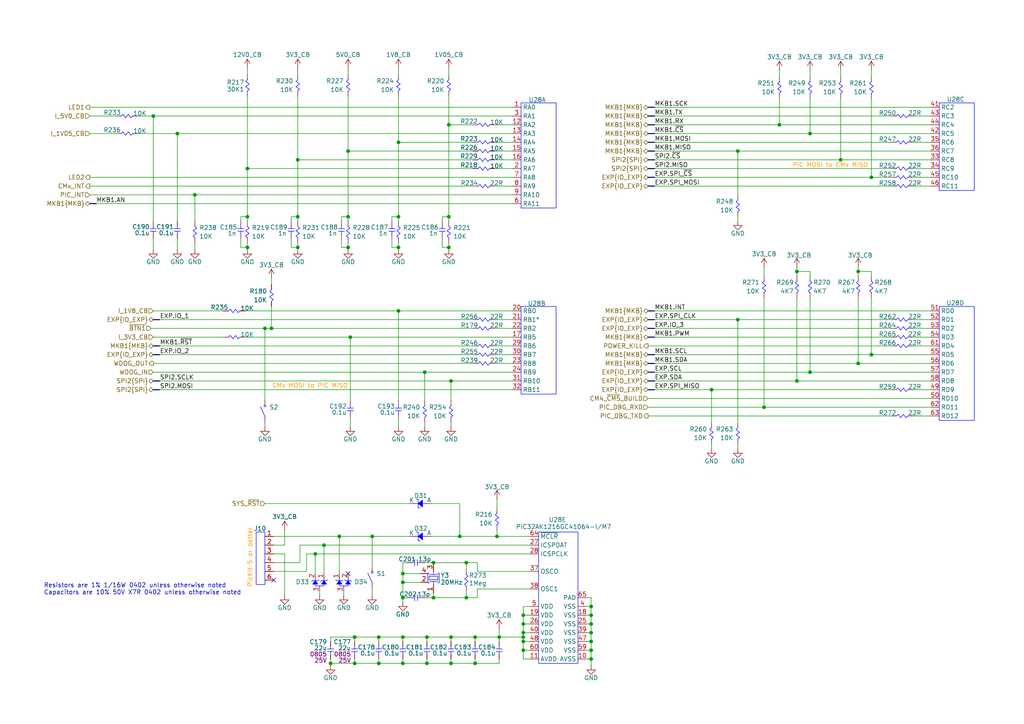
<source format=kicad_sch>
(kicad_sch (version 20250114) (generator "eeschema") (generator_version "9.0")
  (paper "A4")
  (title_block (title "RPI CMx Carrier") (date "2025-12-07") (rev "2.00-0A") (comment 1 "Jean-Francois Bilodeau") (comment 2 "P.Eng #6022173") (comment 3 "203-1690 Rue des quatre-saisons") (comment 4 "Sherbrooke, Canada, J1E0N2") (comment 5 "KiCad Rev 9.0") (comment 6 "TBD") (comment 7 "TBD") (comment 8 "WIP"))
  (bus_alias "IO_EXP" (members "IO_1" "IO_2" "IO_3" "I2C_SDA" "I2C_SCL" "SPI_~{CSN}" "SPI_MOSI" "SPI_MISO" "SPI_CLK" "IO_4"))
  (bus_alias "MKB" (members "AN" "~{RST}" "~{CS}" "SCK" "MISO" "MOSI" "SDA" "SCL" "TX" "RX" "INT" "PWM"))
  (text "PIC MOSI to CMx MISO" (at 240.792 48.006 0) (effects (font (size 1.27 1.27))))
  (text "PicKit 5 or better" (at 72.517 161.798 90) (effects (font (size 1.27 1.27))))
  (text "CMx MOSI to PIC MISO" (at 89.916 112.014 0) (effects (font (size 1.27 1.27))))
  (text "Resistors are 1% 1/16W 0402 unless otherwise noted\nCapacitors are 10% 50V X7R 0402 unless otherwise noted" (at 12.7 170.942 0) (effects (font (size 1.27 1.27)) (justify left)))
  (junction (at 135.255 163.195))
  (junction (at 115.57 71.755))
  (junction (at 116.84 184.785))
  (junction (at 171.45 178.435))
  (junction (at 144.145 155.575))
  (junction (at 125.73 163.195))
  (junction (at 137.795 192.405))
  (junction (at 123.825 184.785))
  (junction (at 115.57 62.865))
  (junction (at 231.14 78.74))
  (junction (at 116.84 168.91))
  (junction (at 137.795 184.785))
  (junction (at 102.87 192.405))
  (junction (at 151.765 183.515))
  (junction (at 151.765 184.785))
  (junction (at 123.19 107.95))
  (junction (at 102.87 184.785))
  (junction (at 115.57 90.17))
  (junction (at 109.855 184.785))
  (junction (at 130.175 36.195))
  (junction (at 151.765 186.055))
  (junction (at 144.78 184.785))
  (junction (at 151.765 180.975))
  (junction (at 71.755 48.895))
  (junction (at 116.84 192.405))
  (junction (at 76.835 95.25))
  (junction (at 86.36 62.865))
  (junction (at 101.6 97.79))
  (junction (at 44.45 33.655))
  (junction (at 171.45 183.515))
  (junction (at 231.14 110.49))
  (junction (at 51.435 38.735))
  (junction (at 100.965 43.815))
  (junction (at 130.175 71.755))
  (junction (at 221.615 118.11))
  (junction (at 100.965 62.865))
  (junction (at 130.175 62.865))
  (junction (at 116.84 166.37))
  (junction (at 78.74 95.25))
  (junction (at 91.44 160.655))
  (junction (at 213.995 43.815))
  (junction (at 248.92 78.74))
  (junction (at 226.06 36.195))
  (junction (at 116.84 173.355))
  (junction (at 125.73 173.355))
  (junction (at 115.57 41.275))
  (junction (at 107.95 155.575))
  (junction (at 123.825 192.405))
  (junction (at 130.81 184.785))
  (junction (at 133.35 155.575))
  (junction (at 171.45 188.595))
  (junction (at 171.45 175.895))
  (junction (at 98.425 155.575))
  (junction (at 100.965 71.755))
  (junction (at 71.755 71.755))
  (junction (at 56.515 56.515))
  (junction (at 130.81 110.49))
  (junction (at 171.45 191.135))
  (junction (at 248.92 105.41))
  (junction (at 151.765 188.595))
  (junction (at 130.81 192.405))
  (junction (at 252.73 102.87))
  (junction (at 71.755 62.865))
  (junction (at 151.765 178.435))
  (junction (at 86.36 46.355))
  (junction (at 93.98 158.115))
  (junction (at 206.375 113.03))
  (junction (at 171.45 180.975))
  (junction (at 86.36 71.755))
  (junction (at 109.855 192.405))
  (junction (at 95.885 192.405))
  (junction (at 234.95 107.95))
  (junction (at 243.84 46.355))
  (junction (at 213.995 92.71))
  (junction (at 171.45 186.055))
  (junction (at 135.255 173.355))
  (junction (at 252.73 51.435))
  (junction (at 234.95 38.735))
  (no_connect (at 79.375 168.275))
  (no_connect (at 100.965 166.37))
  (wire (pts (xy 130.81 110.49) (xy 130.81 116.205)))
  (wire (pts (xy 113.665 71.755) (xy 115.57 71.755)))
  (wire (pts (xy 91.44 160.655) (xy 91.44 166.37)))
  (wire (pts (xy 264.795 33.655) (xy 269.875 33.655)))
  (wire (pts (xy 56.515 56.515) (xy 148.59 56.515)))
  (wire (pts (xy 213.995 92.71) (xy 258.445 92.71)))
  (wire (pts (xy 151.765 188.595) (xy 153.67 188.595)))
  (wire (pts (xy 189.865 110.49) (xy 231.14 110.49)))
  (wire (pts (xy 26.035 38.735) (xy 33.655 38.735)))
  (wire (pts (xy 144.78 184.785) (xy 151.765 184.785)))
  (wire (pts (xy 264.795 48.895) (xy 269.875 48.895)))
  (wire (pts (xy 171.45 191.135) (xy 171.45 193.04)))
  (wire (pts (xy 116.84 163.195) (xy 118.11 163.195)))
  (wire (pts (xy 187.96 120.65) (xy 258.445 120.65)))
  (wire (pts (xy 40.005 38.735) (xy 51.435 38.735)))
  (wire (pts (xy 234.95 86.36) (xy 234.95 107.95)))
  (wire (pts (xy 252.73 78.74) (xy 252.73 80.01)))
  (wire (pts (xy 98.425 155.575) (xy 107.95 155.575)))
  (wire (pts (xy 100.965 43.815) (xy 137.16 43.815)))
  (wire (pts (xy 231.14 77.47) (xy 231.14 78.74)))
  (wire (pts (xy 130.81 184.785) (xy 137.795 184.785)))
  (wire (pts (xy 231.14 110.49) (xy 269.875 110.49)))
  (wire (pts (xy 44.45 97.79) (xy 64.77 97.79)))
  (wire (pts (xy 206.375 113.03) (xy 258.445 113.03)))
  (wire (pts (xy 135.255 171.45) (xy 135.255 173.355)))
  (bus (pts (xy 187.96 48.895) (xy 189.865 48.895)))
  (wire (pts (xy 46.355 110.49) (xy 130.81 110.49)))
  (wire (pts (xy 135.255 173.355) (xy 138.43 173.355)))
  (wire (pts (xy 109.855 184.785) (xy 109.855 186.055)))
  (bus (pts (xy 187.96 36.195) (xy 189.865 36.195)))
  (wire (pts (xy 123.19 107.95) (xy 123.19 116.205)))
  (wire (pts (xy 76.835 122.555) (xy 76.835 123.825)))
  (wire (pts (xy 171.45 188.595) (xy 171.45 191.135)))
  (wire (pts (xy 143.51 100.33) (xy 148.59 100.33)))
  (wire (pts (xy 116.84 184.785) (xy 116.84 186.055)))
  (wire (pts (xy 123.825 184.785) (xy 123.825 186.055)))
  (wire (pts (xy 213.995 43.815) (xy 269.875 43.815)))
  (wire (pts (xy 248.92 78.74) (xy 248.92 80.01)))
  (wire (pts (xy 100.965 19.685) (xy 100.965 21.59)))
  (wire (pts (xy 252.73 86.36) (xy 252.73 102.87)))
  (wire (pts (xy 264.795 97.79) (xy 269.875 97.79)))
  (wire (pts (xy 99.06 62.865) (xy 100.965 62.865)))
  (wire (pts (xy 56.515 56.515) (xy 56.515 64.135)))
  (wire (pts (xy 130.81 122.555) (xy 130.81 123.825)))
  (wire (pts (xy 116.84 163.195) (xy 116.84 166.37)))
  (wire (pts (xy 171.45 173.355) (xy 171.45 175.895)))
  (wire (pts (xy 113.665 62.865) (xy 113.665 64.135)))
  (wire (pts (xy 76.835 146.05) (xy 118.745 146.05)))
  (bus (pts (xy 187.96 41.275) (xy 189.865 41.275)))
  (wire (pts (xy 151.765 180.975) (xy 153.67 180.975)))
  (wire (pts (xy 71.755 48.895) (xy 71.755 62.865)))
  (wire (pts (xy 138.43 165.735) (xy 153.67 165.735)))
  (wire (pts (xy 130.175 27.94) (xy 130.175 36.195)))
  (wire (pts (xy 252.73 51.435) (xy 258.445 51.435)))
  (wire (pts (xy 151.765 183.515) (xy 153.67 183.515)))
  (wire (pts (xy 125.095 155.575) (xy 133.35 155.575)))
  (wire (pts (xy 84.455 62.865) (xy 84.455 64.135)))
  (wire (pts (xy 116.84 168.91) (xy 116.84 173.355)))
  (wire (pts (xy 51.435 69.215) (xy 51.435 72.39)))
  (wire (pts (xy 264.795 51.435) (xy 269.875 51.435)))
  (wire (pts (xy 189.865 33.655) (xy 258.445 33.655)))
  (wire (pts (xy 144.78 184.785) (xy 144.78 186.055)))
  (bus (pts (xy 44.45 100.33) (xy 46.355 100.33)))
  (wire (pts (xy 264.795 95.25) (xy 269.875 95.25)))
  (wire (pts (xy 71.755 19.685) (xy 71.755 21.59)))
  (wire (pts (xy 46.355 92.71) (xy 137.16 92.71)))
  (wire (pts (xy 102.87 184.785) (xy 109.855 184.785)))
  (wire (pts (xy 100.965 27.94) (xy 100.965 43.815)))
  (wire (pts (xy 78.74 88.9) (xy 78.74 95.25)))
  (wire (pts (xy 189.865 51.435) (xy 252.73 51.435)))
  (wire (pts (xy 128.27 62.865) (xy 130.175 62.865)))
  (wire (pts (xy 71.755 71.755) (xy 71.755 72.39)))
  (wire (pts (xy 116.84 166.37) (xy 121.92 166.37)))
  (bus (pts (xy 187.96 38.735) (xy 189.865 38.735)))
  (wire (pts (xy 71.755 27.94) (xy 71.755 48.895)))
  (bus (pts (xy 187.96 33.655) (xy 189.865 33.655)))
  (wire (pts (xy 143.51 53.975) (xy 148.59 53.975)))
  (wire (pts (xy 71.755 62.865) (xy 71.755 64.135)))
  (wire (pts (xy 95.885 192.405) (xy 102.87 192.405)))
  (wire (pts (xy 213.995 62.865) (xy 213.995 64.135)))
  (wire (pts (xy 151.765 191.135) (xy 153.67 191.135)))
  (wire (pts (xy 221.615 77.47) (xy 221.615 80.01)))
  (wire (pts (xy 137.795 184.785) (xy 137.795 186.055)))
  (bus (pts (xy 26.035 59.055) (xy 27.94 59.055)))
  (wire (pts (xy 115.57 62.865) (xy 115.57 64.135)))
  (wire (pts (xy 189.865 105.41) (xy 248.92 105.41)))
  (wire (pts (xy 100.965 70.485) (xy 100.965 71.755)))
  (wire (pts (xy 115.57 19.685) (xy 115.57 21.59)))
  (wire (pts (xy 115.57 27.94) (xy 115.57 41.275)))
  (wire (pts (xy 44.45 33.655) (xy 44.45 64.135)))
  (wire (pts (xy 116.84 173.355) (xy 116.84 174.625)))
  (bus (pts (xy 187.96 51.435) (xy 189.865 51.435)))
  (bus (pts (xy 187.96 102.87) (xy 189.865 102.87)))
  (wire (pts (xy 128.27 62.865) (xy 128.27 64.135)))
  (wire (pts (xy 264.795 92.71) (xy 269.875 92.71)))
  (wire (pts (xy 151.765 186.055) (xy 153.67 186.055)))
  (wire (pts (xy 26.035 33.655) (xy 33.655 33.655)))
  (wire (pts (xy 115.57 121.285) (xy 115.57 123.825)))
  (wire (pts (xy 99.695 171.45) (xy 99.695 172.72)))
  (wire (pts (xy 243.84 20.32) (xy 243.84 22.225)))
  (wire (pts (xy 116.84 191.135) (xy 116.84 192.405)))
  (wire (pts (xy 107.95 170.815) (xy 107.95 172.72)))
  (wire (pts (xy 93.98 158.115) (xy 93.98 166.37)))
  (wire (pts (xy 86.995 158.115) (xy 86.995 163.195)))
  (wire (pts (xy 109.855 192.405) (xy 116.84 192.405)))
  (wire (pts (xy 143.51 46.355) (xy 148.59 46.355)))
  (wire (pts (xy 171.45 175.895) (xy 171.45 178.435)))
  (wire (pts (xy 171.45 178.435) (xy 171.45 180.975)))
  (bus (pts (xy 187.96 107.95) (xy 189.865 107.95)))
  (wire (pts (xy 171.45 186.055) (xy 171.45 188.595)))
  (wire (pts (xy 27.94 59.055) (xy 148.59 59.055)))
  (wire (pts (xy 264.795 113.03) (xy 269.875 113.03)))
  (wire (pts (xy 144.145 153.67) (xy 144.145 155.575)))
  (wire (pts (xy 170.18 180.975) (xy 171.45 180.975)))
  (wire (pts (xy 189.865 113.03) (xy 206.375 113.03)))
  (wire (pts (xy 151.765 175.895) (xy 153.67 175.895)))
  (wire (pts (xy 123.19 107.95) (xy 148.59 107.95)))
  (bus (pts (xy 187.96 92.71) (xy 189.865 92.71)))
  (wire (pts (xy 144.145 155.575) (xy 153.67 155.575)))
  (wire (pts (xy 151.765 178.435) (xy 153.67 178.435)))
  (wire (pts (xy 189.865 41.275) (xy 258.445 41.275)))
  (bus (pts (xy 187.96 31.115) (xy 189.865 31.115)))
  (wire (pts (xy 46.355 113.03) (xy 148.59 113.03)))
  (wire (pts (xy 213.995 92.71) (xy 213.995 122.555)))
  (bus (pts (xy 187.96 43.815) (xy 189.865 43.815)))
  (wire (pts (xy 98.425 155.575) (xy 98.425 166.37)))
  (wire (pts (xy 189.865 43.815) (xy 213.995 43.815)))
  (wire (pts (xy 43.815 95.25) (xy 76.835 95.25)))
  (wire (pts (xy 26.035 51.435) (xy 148.59 51.435)))
  (wire (pts (xy 102.87 191.135) (xy 102.87 192.405)))
  (wire (pts (xy 123.825 192.405) (xy 130.81 192.405)))
  (wire (pts (xy 86.36 27.94) (xy 86.36 46.355)))
  (wire (pts (xy 113.665 62.865) (xy 115.57 62.865)))
  (wire (pts (xy 116.84 168.91) (xy 121.92 168.91)))
  (wire (pts (xy 231.14 78.74) (xy 234.95 78.74)))
  (wire (pts (xy 143.51 105.41) (xy 148.59 105.41)))
  (wire (pts (xy 187.96 118.11) (xy 221.615 118.11)))
  (wire (pts (xy 128.27 71.755) (xy 130.175 71.755)))
  (wire (pts (xy 170.18 173.355) (xy 171.45 173.355)))
  (wire (pts (xy 248.92 78.74) (xy 252.73 78.74)))
  (wire (pts (xy 137.795 192.405) (xy 144.78 192.405)))
  (wire (pts (xy 116.84 173.355) (xy 118.11 173.355)))
  (wire (pts (xy 226.06 20.32) (xy 226.06 22.225)))
  (wire (pts (xy 151.765 175.895) (xy 151.765 178.435)))
  (bus (pts (xy 187.96 53.975) (xy 189.865 53.975)))
  (wire (pts (xy 187.96 115.57) (xy 269.875 115.57)))
  (wire (pts (xy 130.175 36.195) (xy 137.16 36.195)))
  (wire (pts (xy 189.865 92.71) (xy 213.995 92.71)))
  (wire (pts (xy 123.19 163.195) (xy 125.73 163.195)))
  (wire (pts (xy 231.14 86.36) (xy 231.14 110.49)))
  (wire (pts (xy 44.45 90.17) (xy 64.77 90.17)))
  (bus (pts (xy 187.96 90.17) (xy 189.865 90.17)))
  (wire (pts (xy 135.255 163.195) (xy 135.255 165.1)))
  (bus (pts (xy 44.45 92.71) (xy 46.355 92.71)))
  (wire (pts (xy 138.43 170.815) (xy 138.43 173.355)))
  (wire (pts (xy 113.665 69.215) (xy 113.665 71.755)))
  (wire (pts (xy 44.45 107.95) (xy 123.19 107.95)))
  (wire (pts (xy 226.06 28.575) (xy 226.06 36.195)))
  (wire (pts (xy 248.92 105.41) (xy 269.875 105.41)))
  (wire (pts (xy 79.375 163.195) (xy 86.995 163.195)))
  (wire (pts (xy 95.885 184.785) (xy 95.885 186.055)))
  (wire (pts (xy 137.795 184.785) (xy 144.78 184.785)))
  (wire (pts (xy 189.865 53.975) (xy 258.445 53.975)))
  (wire (pts (xy 95.885 184.785) (xy 102.87 184.785)))
  (wire (pts (xy 86.995 158.115) (xy 93.98 158.115)))
  (wire (pts (xy 234.95 38.735) (xy 269.875 38.735)))
  (wire (pts (xy 264.795 53.975) (xy 269.875 53.975)))
  (wire (pts (xy 100.965 71.755) (xy 100.965 72.39)))
  (wire (pts (xy 79.375 165.735) (xy 88.9 165.735)))
  (wire (pts (xy 248.92 77.47) (xy 248.92 78.74)))
  (wire (pts (xy 151.765 180.975) (xy 151.765 183.515)))
  (wire (pts (xy 221.615 118.11) (xy 269.875 118.11)))
  (wire (pts (xy 102.87 184.785) (xy 102.87 186.055)))
  (wire (pts (xy 88.9 160.655) (xy 91.44 160.655)))
  (wire (pts (xy 99.06 71.755) (xy 100.965 71.755)))
  (wire (pts (xy 226.06 36.195) (xy 269.875 36.195)))
  (wire (pts (xy 130.81 110.49) (xy 148.59 110.49)))
  (bus (pts (xy 187.96 97.79) (xy 189.865 97.79)))
  (wire (pts (xy 143.51 43.815) (xy 148.59 43.815)))
  (wire (pts (xy 130.81 192.405) (xy 137.795 192.405)))
  (wire (pts (xy 84.455 71.755) (xy 86.36 71.755)))
  (wire (pts (xy 170.18 175.895) (xy 171.45 175.895)))
  (wire (pts (xy 46.355 102.87) (xy 137.16 102.87)))
  (bus (pts (xy 187.96 95.25) (xy 189.865 95.25)))
  (wire (pts (xy 170.18 186.055) (xy 171.45 186.055)))
  (wire (pts (xy 84.455 69.215) (xy 84.455 71.755)))
  (wire (pts (xy 93.98 158.115) (xy 153.67 158.115)))
  (wire (pts (xy 123.19 122.555) (xy 123.19 123.825)))
  (wire (pts (xy 189.865 31.115) (xy 269.875 31.115)))
  (wire (pts (xy 189.865 90.17) (xy 269.875 90.17)))
  (wire (pts (xy 234.95 20.32) (xy 234.95 22.225)))
  (wire (pts (xy 115.57 41.275) (xy 137.16 41.275)))
  (wire (pts (xy 86.36 62.865) (xy 86.36 64.135)))
  (wire (pts (xy 151.765 188.595) (xy 151.765 186.055)))
  (wire (pts (xy 170.18 183.515) (xy 171.45 183.515)))
  (wire (pts (xy 189.865 102.87) (xy 252.73 102.87)))
  (wire (pts (xy 171.45 183.515) (xy 171.45 186.055)))
  (bus (pts (xy 44.45 113.03) (xy 46.355 113.03)))
  (wire (pts (xy 128.27 69.215) (xy 128.27 71.755)))
  (wire (pts (xy 133.35 155.575) (xy 144.145 155.575)))
  (wire (pts (xy 51.435 38.735) (xy 51.435 64.135)))
  (wire (pts (xy 56.515 70.485) (xy 56.515 72.39)))
  (wire (pts (xy 88.9 160.655) (xy 88.9 165.735)))
  (wire (pts (xy 92.71 171.45) (xy 92.71 172.72)))
  (wire (pts (xy 109.855 184.785) (xy 116.84 184.785)))
  (wire (pts (xy 86.36 46.355) (xy 86.36 62.865)))
  (wire (pts (xy 100.965 62.865) (xy 100.965 64.135)))
  (wire (pts (xy 95.885 191.135) (xy 95.885 192.405)))
  (wire (pts (xy 189.865 38.735) (xy 234.95 38.735)))
  (wire (pts (xy 79.375 160.655) (xy 82.55 160.655)))
  (wire (pts (xy 125.73 163.195) (xy 135.255 163.195)))
  (wire (pts (xy 26.035 56.515) (xy 56.515 56.515)))
  (wire (pts (xy 138.43 170.815) (xy 153.67 170.815)))
  (wire (pts (xy 44.45 33.655) (xy 148.59 33.655)))
  (bus (pts (xy 187.96 110.49) (xy 189.865 110.49)))
  (wire (pts (xy 143.51 92.71) (xy 148.59 92.71)))
  (wire (pts (xy 252.73 20.32) (xy 252.73 22.225)))
  (wire (pts (xy 234.95 78.74) (xy 234.95 80.01)))
  (bus (pts (xy 44.45 102.87) (xy 46.355 102.87)))
  (wire (pts (xy 101.6 97.79) (xy 148.59 97.79)))
  (wire (pts (xy 78.74 95.25) (xy 137.16 95.25)))
  (wire (pts (xy 248.92 86.36) (xy 248.92 105.41)))
  (wire (pts (xy 40.005 33.655) (xy 44.45 33.655)))
  (wire (pts (xy 99.06 69.215) (xy 99.06 71.755)))
  (wire (pts (xy 243.84 46.355) (xy 269.875 46.355)))
  (wire (pts (xy 98.425 155.575) (xy 79.375 155.575)))
  (wire (pts (xy 206.375 128.905) (xy 206.375 130.175)))
  (wire (pts (xy 69.85 62.865) (xy 69.85 64.135)))
  (wire (pts (xy 143.51 48.895) (xy 148.59 48.895)))
  (wire (pts (xy 69.85 62.865) (xy 71.755 62.865)))
  (wire (pts (xy 123.825 191.135) (xy 123.825 192.405)))
  (wire (pts (xy 123.825 184.785) (xy 130.81 184.785)))
  (wire (pts (xy 78.74 80.645) (xy 78.74 82.55)))
  (wire (pts (xy 101.6 121.285) (xy 101.6 123.825)))
  (wire (pts (xy 107.95 155.575) (xy 118.745 155.575)))
  (wire (pts (xy 143.51 95.25) (xy 148.59 95.25)))
  (wire (pts (xy 109.855 191.135) (xy 109.855 192.405)))
  (wire (pts (xy 116.84 192.405) (xy 123.825 192.405)))
  (wire (pts (xy 86.36 19.685) (xy 86.36 21.59)))
  (wire (pts (xy 69.85 69.215) (xy 69.85 71.755)))
  (wire (pts (xy 264.795 120.65) (xy 269.875 120.65)))
  (wire (pts (xy 115.57 41.275) (xy 115.57 62.865)))
  (wire (pts (xy 76.835 95.25) (xy 76.835 116.205)))
  (wire (pts (xy 171.45 180.975) (xy 171.45 183.515)))
  (wire (pts (xy 130.175 71.755) (xy 130.175 72.39)))
  (wire (pts (xy 71.12 97.79) (xy 101.6 97.79)))
  (wire (pts (xy 130.81 184.785) (xy 130.81 186.055)))
  (wire (pts (xy 107.95 155.575) (xy 107.95 164.465)))
  (wire (pts (xy 91.44 160.655) (xy 153.67 160.655)))
  (wire (pts (xy 170.18 178.435) (xy 171.45 178.435)))
  (bus (pts (xy 187.96 46.355) (xy 189.865 46.355)))
  (wire (pts (xy 101.6 97.79) (xy 101.6 116.205)))
  (wire (pts (xy 189.865 36.195) (xy 226.06 36.195)))
  (wire (pts (xy 26.035 53.975) (xy 137.16 53.975)))
  (bus (pts (xy 187.96 113.03) (xy 189.865 113.03)))
  (wire (pts (xy 189.865 48.895) (xy 258.445 48.895)))
  (wire (pts (xy 71.755 70.485) (xy 71.755 71.755)))
  (wire (pts (xy 252.73 28.575) (xy 252.73 51.435)))
  (wire (pts (xy 71.755 48.895) (xy 137.16 48.895)))
  (wire (pts (xy 76.835 95.25) (xy 78.74 95.25)))
  (wire (pts (xy 144.145 144.78) (xy 144.145 147.32)))
  (wire (pts (xy 130.81 191.135) (xy 130.81 192.405)))
  (wire (pts (xy 125.73 173.355) (xy 123.19 173.355)))
  (wire (pts (xy 102.87 192.405) (xy 109.855 192.405)))
  (wire (pts (xy 130.175 19.685) (xy 130.175 21.59)))
  (wire (pts (xy 151.765 184.785) (xy 151.765 183.515)))
  (wire (pts (xy 86.36 71.755) (xy 86.36 72.39)))
  (wire (pts (xy 115.57 71.755) (xy 115.57 72.39)))
  (wire (pts (xy 151.765 178.435) (xy 151.765 180.975)))
  (wire (pts (xy 71.12 90.17) (xy 115.57 90.17)))
  (wire (pts (xy 99.06 62.865) (xy 99.06 64.135)))
  (wire (pts (xy 170.18 191.135) (xy 171.45 191.135)))
  (wire (pts (xy 138.43 163.195) (xy 138.43 165.735)))
  (wire (pts (xy 130.175 36.195) (xy 130.175 62.865)))
  (wire (pts (xy 125.73 172.085) (xy 125.73 173.355)))
  (wire (pts (xy 26.035 31.115) (xy 148.59 31.115)))
  (wire (pts (xy 189.865 107.95) (xy 234.95 107.95)))
  (wire (pts (xy 189.865 46.355) (xy 243.84 46.355)))
  (wire (pts (xy 115.57 70.485) (xy 115.57 71.755)))
  (wire (pts (xy 234.95 107.95) (xy 269.875 107.95)))
  (wire (pts (xy 115.57 90.17) (xy 148.59 90.17)))
  (wire (pts (xy 137.795 191.135) (xy 137.795 192.405)))
  (wire (pts (xy 187.96 100.33) (xy 258.445 100.33)))
  (wire (pts (xy 143.51 102.87) (xy 148.59 102.87)))
  (wire (pts (xy 44.45 105.41) (xy 137.16 105.41)))
  (wire (pts (xy 189.865 97.79) (xy 258.445 97.79)))
  (wire (pts (xy 151.765 188.595) (xy 151.765 191.135)))
  (wire (pts (xy 144.78 191.135) (xy 144.78 192.405)))
  (wire (pts (xy 79.375 158.115) (xy 82.55 158.115)))
  (wire (pts (xy 116.84 184.785) (xy 123.825 184.785)))
  (wire (pts (xy 84.455 62.865) (xy 86.36 62.865)))
  (wire (pts (xy 135.255 163.195) (xy 138.43 163.195)))
  (wire (pts (xy 133.35 146.05) (xy 133.35 155.575)))
  (wire (pts (xy 234.95 28.575) (xy 234.95 38.735)))
  (wire (pts (xy 206.375 113.03) (xy 206.375 122.555)))
  (wire (pts (xy 264.795 100.33) (xy 269.875 100.33)))
  (wire (pts (xy 170.18 188.595) (xy 171.45 188.595)))
  (wire (pts (xy 95.885 192.405) (xy 95.885 193.04)))
  (wire (pts (xy 252.73 102.87) (xy 269.875 102.87)))
  (wire (pts (xy 69.85 71.755) (xy 71.755 71.755)))
  (wire (pts (xy 213.995 43.815) (xy 213.995 56.515)))
  (wire (pts (xy 143.51 36.195) (xy 148.59 36.195)))
  (wire (pts (xy 115.57 90.17) (xy 115.57 116.205)))
  (wire (pts (xy 82.55 153.67) (xy 82.55 158.115)))
  (wire (pts (xy 143.51 41.275) (xy 148.59 41.275)))
  (wire (pts (xy 231.14 78.74) (xy 231.14 80.01)))
  (wire (pts (xy 86.36 70.485) (xy 86.36 71.755)))
  (wire (pts (xy 125.73 173.355) (xy 135.255 173.355)))
  (wire (pts (xy 44.45 69.215) (xy 44.45 72.39)))
  (wire (pts (xy 221.615 86.36) (xy 221.615 118.11)))
  (wire (pts (xy 130.175 70.485) (xy 130.175 71.755)))
  (wire (pts (xy 243.84 28.575) (xy 243.84 46.355)))
  (wire (pts (xy 151.765 184.785) (xy 151.765 186.055)))
  (bus (pts (xy 44.45 110.49) (xy 46.355 110.49)))
  (wire (pts (xy 116.84 166.37) (xy 116.84 168.91)))
  (wire (pts (xy 82.55 160.655) (xy 82.55 172.72)))
  (wire (pts (xy 264.795 41.275) (xy 269.875 41.275)))
  (wire (pts (xy 46.355 100.33) (xy 137.16 100.33)))
  (wire (pts (xy 100.965 43.815) (xy 100.965 62.865)))
  (wire (pts (xy 144.78 182.245) (xy 144.78 184.785)))
  (wire (pts (xy 189.865 95.25) (xy 258.445 95.25)))
  (wire (pts (xy 125.095 146.05) (xy 133.35 146.05)))
  (wire (pts (xy 130.175 62.865) (xy 130.175 64.135)))
  (wire (pts (xy 213.995 128.905) (xy 213.995 130.175)))
  (wire (pts (xy 51.435 38.735) (xy 148.59 38.735)))
  (wire (pts (xy 86.36 46.355) (xy 137.16 46.355)))
  (bus (pts (xy 187.96 105.41) (xy 189.865 105.41)))
  (label "MKB1.~{RST}" (at 46.355 100.33 0))
  (label "EXP.SPI_~{CS}" (at 189.865 51.435 0))
  (label "EXP.SPI_MOSI" (at 189.865 53.975 0))
  (label "MKB1.AN" (at 27.94 59.055 0))
  (label "MKB1.RX" (at 189.865 36.195 0))
  (label "EXP.SPI_CLK" (at 189.865 92.71 0))
  (label "MKB1.PWM" (at 189.865 97.79 0))
  (label "SPI2.SCLK" (at 46.355 110.49 0))
  (label "MKB1.SDA" (at 189.865 105.41 0))
  (label "MKB1.TX" (at 189.865 33.655 0))
  (label "MKB1.~{CS}" (at 189.865 38.735 0))
  (label "SPI2.~{CS}" (at 189.865 46.355 0))
  (label "SPI2.MOSI" (at 46.355 113.03 0))
  (label "MKB1.INT" (at 189.865 90.17 0))
  (label "EXP.IO_1" (at 46.355 92.71 0))
  (label "EXP.SPI_MISO" (at 189.865 113.03 0))
  (label "SPI2.MISO" (at 189.865 48.895 0))
  (label "EXP.SCL" (at 189.865 107.95 0))
  (label "EXP.IO_3" (at 189.865 95.25 0))
  (label "MKB1.SCL" (at 189.865 102.87 0))
  (label "MKB1.MISO" (at 189.865 43.815 0))
  (label "EXP.SDA" (at 189.865 110.49 0))
  (label "EXP.IO_2" (at 46.355 102.87 0))
  (label "MKB1.SCK" (at 189.865 31.115 0))
  (label "MKB1.MOSI" (at 189.865 41.275 0))
  (hierarchical_label "EXP{IO_EXP}" (shape bidirectional) (at 187.96 107.95 180))
  (hierarchical_label "MKB1{MKB}" (shape bidirectional) (at 187.96 31.115 180))
  (hierarchical_label "EXP{IO_EXP}" (shape bidirectional) (at 187.96 92.71 180))
  (hierarchical_label "MKB1{MKB}" (shape bidirectional) (at 187.96 33.655 180))
  (hierarchical_label "MKB1{MKB}" (shape bidirectional) (at 187.96 97.79 180))
  (hierarchical_label "SPI2{SPI}" (shape bidirectional) (at 187.96 46.355 180))
  (hierarchical_label "EXP{IO_EXP}" (shape bidirectional) (at 44.45 102.87 180))
  (hierarchical_label "EXP{IO_EXP}" (shape bidirectional) (at 187.96 113.03 180))
  (hierarchical_label "EXP{IO_EXP}" (shape bidirectional) (at 44.45 92.71 180))
  (hierarchical_label "MKB1{MKB}" (shape bidirectional) (at 187.96 43.815 180))
  (hierarchical_label "PIC_DBG_RXD" (shape input) (at 187.96 118.11 180))
  (hierarchical_label "MKB1{MKB}" (shape bidirectional) (at 187.96 102.87 180))
  (hierarchical_label "CMx_INT" (shape output) (at 26.035 53.975 180))
  (hierarchical_label "I_1V05_CB" (shape input) (at 26.035 38.735 180))
  (hierarchical_label "POWER_KILL" (shape output) (at 187.96 100.33 180))
  (hierarchical_label "EXP{IO_EXP}" (shape bidirectional) (at 187.96 51.435 180))
  (hierarchical_label "EXP{IO_EXP}" (shape bidirectional) (at 187.96 95.25 180))
  (hierarchical_label "MKB1{MKB}" (shape bidirectional) (at 44.45 100.33 180))
  (hierarchical_label "MKB1{MKB}" (shape bidirectional) (at 187.96 90.17 180))
  (hierarchical_label "PIC_INT" (shape input) (at 26.035 56.515 180))
  (hierarchical_label "CM4_~{CM5}_BUILD" (shape input) (at 187.96 115.57 180))
  (hierarchical_label "MKB1{MKB}" (shape bidirectional) (at 187.96 105.41 180))
  (hierarchical_label "SYS_~{RST}" (shape input) (at 76.835 146.05 180))
  (hierarchical_label "I_5V0_CB" (shape input) (at 26.035 33.655 180))
  (hierarchical_label "LED2" (shape output) (at 26.035 51.435 180))
  (hierarchical_label "WDOG_OUT" (shape output) (at 44.45 105.41 180))
  (hierarchical_label "PIC_DBG_TXD" (shape output) (at 187.96 120.65 180))
  (hierarchical_label "SPI2{SPI}" (shape bidirectional) (at 44.45 113.03 180))
  (hierarchical_label "LED1" (shape output) (at 26.035 31.115 180))
  (hierarchical_label "EXP{IO_EXP}" (shape bidirectional) (at 187.96 110.49 180))
  (hierarchical_label "I_1V8_CB" (shape input) (at 44.45 90.17 180))
  (hierarchical_label "~{BTN1}" (shape input) (at 43.815 95.25 180))
  (hierarchical_label "MKB1{MKB}" (shape bidirectional) (at 187.96 41.275 180))
  (hierarchical_label "EXP{IO_EXP}" (shape bidirectional) (at 187.96 53.975 180))
  (hierarchical_label "MKB1{MKB}" (shape bidirectional) (at 187.96 38.735 180))
  (hierarchical_label "MKB1{MKB}" (shape bidirectional) (at 187.96 36.195 180))
  (hierarchical_label "SPI2{SPI}" (shape bidirectional) (at 187.96 48.895 180))
  (hierarchical_label "I_3V3_CB" (shape input) (at 44.45 97.79 180))
  (hierarchical_label "WDOG_IN" (shape input) (at 44.45 107.95 180))
  (hierarchical_label "SPI2{SPI}" (shape bidirectional) (at 44.45 110.49 180))
  (hierarchical_label "MKB1{MKB}" (shape bidirectional) (at 26.035 59.055 180))
  (symbol (lib_id "KicadCompDb:Resistors/RES_SMT_00013") (at 144.145 152.4 270) (mirror x) (unit 1)
    (property "Reference" "R216" (at 142.875 149.2249 90) (effects (justify right)))
    (property "Value" "10K" (at 142.875 151.7649 90) (effects (justify right)))
    (property "Footprint" "footprint:RES_0402" (effects (hide yes)))
    (property "Datasheet" "https://www.yageogroup.com/content/datasheet/asset/file/PYU-RC_GROUP_51_ROHS_L" (effects (hide yes)))
    (property "Description" "RES 10K OHM 1% 1/16W 0402" (effects (hide yes)))
    (property "Tolerance" "1%" (effects (hide yes)))
    (property "Power" "1/16W" (effects (hide yes)))
    (property "Package" "0402" (effects (hide yes)))
    (property "Manufacturer" "YAGEO" (effects (hide yes)))
    (property "Manufacturer Part Number" "RC0402FR-0710KL" (effects (hide yes)))
    (property "Distributor" "DigiKey" (effects (hide yes)))
    (property "Distributor Part Number" "311-10.0KLRCT-ND" (effects (hide yes)))
    (property "Temperature Coefficient" "±100ppm/°C" (effects (hide yes)))
    (property "Operating Temperature" "-55°C ~ 155°C" (effects (hide yes)))
    (property "Type" "RES SMT" (effects (hide yes)))
    (property "Dimensions" "1.00mm x 0.50mm" (effects (hide yes)))
  )
  (symbol (lib_id "KiCad_Pwr_Symbols:GND") (at 86.36 72.39 0) (unit 1)
    (property "Reference" "#PWR0301" (effects (hide yes)))
    (property "Value" "GND" (at 86.36 75.946 0))
    (property "Description" "Power symbol creates a global label with name \"GND\" , ground" (effects (hide yes)))
  )
  (symbol (lib_id "KicadCompDb:Diodes/DIODE_00006") (at 120.015 146.05 0) (mirror x) (unit 1)
    (property "Reference" "D31" (at 122.047 143.764 0))
    (property "Value" "BAT42WS-TP" (effects (hide yes)))
    (property "Footprint" "footprint:SOD-323" (effects (hide yes)))
    (property "Datasheet" "https://www.mccsemi.com/pdf/Products/BAT42WS-BAT43WS(SOD-323).pdf" (effects (hide yes)))
    (property "Description" "DIODE SCHOTTKY 30V 100MA SOD323" (effects (hide yes)))
    (property "V(f)" "0.45V" (effects (hide yes)))
    (property "Tolerance" "NA" (effects (hide yes)))
    (property "Power" "0.2W" (effects (hide yes)))
    (property "Leakage Current" "0.5uA" (effects (hide yes)))
    (property "Operating Temperature" "-55°C ~ 125°C" (effects (hide yes)))
    (property "Package" "SOD-323" (effects (hide yes)))
    (property "Manufacturer" "MCC (Micro Commercial Components)" (effects (hide yes)))
    (property "Manufacturer Part Number" "BAT42WS-TP" (effects (hide yes)))
    (property "Distributor" "DigiKey" (effects (hide yes)))
    (property "Distributor Part Number" "BAT42WSTPMSCT-ND" (effects (hide yes)))
    (property "Type" "SCHOTTKY SMT" (effects (hide yes)))
    (property "V(z)" "NA" (effects (hide yes)))
    (property "Impedance" "NA" (effects (hide yes)))
    (property "Dimensions" "2.5mm x 1.25mm" (effects (hide yes)))
  )
  (symbol (lib_id "KicadCompDb:Resistors/RES_SMT_00013") (at 206.375 127.635 270) (mirror x) (unit 1)
    (property "Reference" "R260" (at 205.105 124.4599 90) (effects (justify right)))
    (property "Value" "10K" (at 205.105 126.9999 90) (effects (justify right)))
    (property "Footprint" "footprint:RES_0402" (effects (hide yes)))
    (property "Datasheet" "https://www.yageogroup.com/content/datasheet/asset/file/PYU-RC_GROUP_51_ROHS_L" (effects (hide yes)))
    (property "Description" "RES 10K OHM 1% 1/16W 0402" (effects (hide yes)))
    (property "Tolerance" "1%" (effects (hide yes)))
    (property "Power" "1/16W" (effects (hide yes)))
    (property "Package" "0402" (effects (hide yes)))
    (property "Manufacturer" "YAGEO" (effects (hide yes)))
    (property "Manufacturer Part Number" "RC0402FR-0710KL" (effects (hide yes)))
    (property "Distributor" "DigiKey" (effects (hide yes)))
    (property "Distributor Part Number" "311-10.0KLRCT-ND" (effects (hide yes)))
    (property "Temperature Coefficient" "±100ppm/°C" (effects (hide yes)))
    (property "Operating Temperature" "-55°C ~ 155°C" (effects (hide yes)))
    (property "Type" "RES SMT" (effects (hide yes)))
    (property "Dimensions" "1.00mm x 0.50mm" (effects (hide yes)))
  )
  (symbol (lib_id "KicadCompDb:Capacitors/CAP_CER_SMT_00011") (at 102.87 191.135 270) (mirror x) (unit 1)
    (property "Reference" "C177" (at 101.854 186.182 90) (effects (justify right)))
    (property "Value" "22u" (at 101.854 187.96 90) (effects (justify right)))
    (property "Footprint" "footprint:CAP_NONPOL_0805" (effects (hide yes)))
    (property "Datasheet" "https://mm.digikey.com/Volume0/opasdata/d220001/medias/docus/339/CL21A226MAYNNNE_Spec.pdf" (effects (hide yes)))
    (property "Description" "CAP CER 22UF 25V X5R 0805" (effects (hide yes)))
    (property "Tolerance" "±20%" (effects (hide yes)))
    (property "Dielectric" "X5R" (effects (hide yes)))
    (property "Package" "0805" (at 101.854 189.738 90) (effects (justify right)))
    (property "Operating Temperature" "-55°C ~ 85°C" (effects (hide yes)))
    (property "Voltage Rating" "25V" (at 101.854 191.516 90) (effects (justify right)))
    (property "Manufacturer" "Samsung Electro-Mechanics" (effects (hide yes)))
    (property "Manufacturer Part Number" "CL21A226MAYNNNE" (effects (hide yes)))
    (property "Distributor" "DigiKey" (effects (hide yes)))
    (property "Distributor Part Number" "1276-CL21A226MAYNNNECT-ND" (effects (hide yes)))
    (property "Type" "CER SMT" (effects (hide yes)))
    (property "Dimensions" "2.00mm x 1.25mm" (effects (hide yes)))
  )
  (symbol (lib_id "KiCad_Pwr_Symbols:+3V3") (at 226.06 20.32 0) (unit 1)
    (property "Reference" "#PWR0319" (effects (hide yes)))
    (property "Value" "3V3_CB" (at 226.06 16.51 0))
    (property "Description" "Power symbol creates a global label with name \"+3V3\"" (effects (hide yes)))
  )
  (symbol (lib_id "KicadCompDb:Resistors/RES_SMT_00013") (at 100.965 69.215 90) (unit 1)
    (property "Reference" "R228" (at 102.235 66.0399 90) (effects (justify right)))
    (property "Value" "10K" (at 102.235 68.5799 90) (effects (justify right)))
    (property "Footprint" "footprint:RES_0402" (effects (hide yes)))
    (property "Datasheet" "https://www.yageogroup.com/content/datasheet/asset/file/PYU-RC_GROUP_51_ROHS_L" (effects (hide yes)))
    (property "Description" "RES 10K OHM 1% 1/16W 0402" (effects (hide yes)))
    (property "Tolerance" "1%" (effects (hide yes)))
    (property "Power" "1/16W" (effects (hide yes)))
    (property "Package" "0402" (effects (hide yes)))
    (property "Manufacturer" "YAGEO" (effects (hide yes)))
    (property "Manufacturer Part Number" "RC0402FR-0710KL" (effects (hide yes)))
    (property "Distributor" "DigiKey" (effects (hide yes)))
    (property "Distributor Part Number" "311-10.0KLRCT-ND" (effects (hide yes)))
    (property "Temperature Coefficient" "±100ppm/°C" (effects (hide yes)))
    (property "Operating Temperature" "-55°C ~ 155°C" (effects (hide yes)))
    (property "Type" "RES SMT" (effects (hide yes)))
    (property "Dimensions" "1.00mm x 0.50mm" (effects (hide yes)))
  )
  (symbol (lib_id "KicadCompDb:Resistors/RES_SMT_00015") (at 263.525 41.275 180) (unit 1)
    (property "Reference" "R247" (at 257.429 40.386 0))
    (property "Value" "22R" (at 265.303 40.386 0))
    (property "Footprint" "footprint:RES_0402" (effects (hide yes)))
    (property "Datasheet" "https://www.yageogroup.com/content/datasheet/asset/file/PYU-RC_GROUP_51_ROHS_L" (effects (hide yes)))
    (property "Description" "RES 22 OHM 1% 1/16W 0402" (effects (hide yes)))
    (property "Tolerance" "1%" (effects (hide yes)))
    (property "Power" "1/16W" (effects (hide yes)))
    (property "Package" "0402" (effects (hide yes)))
    (property "Manufacturer" "YAGEO" (effects (hide yes)))
    (property "Manufacturer Part Number" "RC0402FR-0722RL" (effects (hide yes)))
    (property "Distributor" "DigiKey" (effects (hide yes)))
    (property "Distributor Part Number" "311-22.0LRCT-ND" (effects (hide yes)))
    (property "Temperature Coefficient" "±100ppm/°C" (effects (hide yes)))
    (property "Operating Temperature" "-55°C ~ 155°C" (effects (hide yes)))
    (property "Type" "RES SMT" (effects (hide yes)))
    (property "Dimensions" "1.00mm x 0.50mm" (effects (hide yes)))
  )
  (symbol (lib_id "KicadCompDb:Capacitors/CAP_CER_SMT_00001") (at 123.825 191.135 270) (mirror x) (unit 1)
    (property "Reference" "C181" (at 122.809 187.706 90) (effects (justify right)))
    (property "Value" "0.1u" (at 122.809 189.484 90) (effects (justify right)))
    (property "Footprint" "footprint:CAP_NONPOL_0402" (effects (hide yes)))
    (property "Datasheet" "https://search.murata.co.jp/Ceramy/image/img/A01X/G101/ENG/GRM155R71H104KE14-01.pdf" (effects (hide yes)))
    (property "Description" "CAP CER 0.1UF 50V X7R 0402" (effects (hide yes)))
    (property "Tolerance" "±10%" (effects (hide yes)))
    (property "Dielectric" "X7R" (effects (hide yes)))
    (property "Package" "0402" (effects (hide yes)))
    (property "Operating Temperature" "-55°C ~ 125°C" (effects (hide yes)))
    (property "Voltage Rating" "50V" (effects (hide yes)))
    (property "Manufacturer" "Murata Electronics" (effects (hide yes)))
    (property "Manufacturer Part Number" "GRM155R71H104KE14D" (effects (hide yes)))
    (property "Distributor" "DigiKey" (effects (hide yes)))
    (property "Distributor Part Number" "490-10700-1-ND" (effects (hide yes)))
    (property "Type" "CER SMT" (effects (hide yes)))
    (property "Dimensions" "1.00mm x 0.50mm" (effects (hide yes)))
  )
  (symbol (lib_id "KicadCompDb:Resistors/RES_SMT_00013") (at 142.24 43.815 180) (unit 1)
    (property "Reference" "R226" (at 133.477 42.799 0) (effects (justify right)))
    (property "Value" "10K" (at 142.113 43.053 0) (effects (justify right)))
    (property "Footprint" "footprint:RES_0402" (effects (hide yes)))
    (property "Datasheet" "https://www.yageogroup.com/content/datasheet/asset/file/PYU-RC_GROUP_51_ROHS_L" (effects (hide yes)))
    (property "Description" "RES 10K OHM 1% 1/16W 0402" (effects (hide yes)))
    (property "Tolerance" "1%" (effects (hide yes)))
    (property "Power" "1/16W" (effects (hide yes)))
    (property "Package" "0402" (effects (hide yes)))
    (property "Manufacturer" "YAGEO" (effects (hide yes)))
    (property "Manufacturer Part Number" "RC0402FR-0710KL" (effects (hide yes)))
    (property "Distributor" "DigiKey" (effects (hide yes)))
    (property "Distributor Part Number" "311-10.0KLRCT-ND" (effects (hide yes)))
    (property "Temperature Coefficient" "±100ppm/°C" (effects (hide yes)))
    (property "Operating Temperature" "-55°C ~ 155°C" (effects (hide yes)))
    (property "Type" "RES SMT" (effects (hide yes)))
    (property "Dimensions" "1.00mm x 0.50mm" (effects (hide yes)))
  )
  (symbol (lib_id "KicadCompDb:Digital/DIGITAL_00007") (at 272.415 29.845 0) (unit 3)
    (property "Reference" "U28" (at 274.574 28.829 0) (effects (justify left)))
    (property "Value" "PIC32AK1216GC41064-I/M7" (effects (hide yes)))
    (property "Footprint" "footprint:64-VQFN-EP(9x9mm)" (effects (hide yes)))
    (property "Datasheet" "https://ww1.microchip.com/downloads/aemDocuments/documents/MCU16/ProductDocuments/DataSheets/PIC32AK1216GC41064-Family-Data-Sheet-DS70005592.pdf" (effects (hide yes)))
    (property "Description" "32-BIT 200MHZ MCU, DP-FPU, 128K" (effects (hide yes)))
    (property "Type" "MCU DSPIC33AK" (effects (hide yes)))
    (property "Interface" "PWM, ADC, DAC, OPAMP, SPI, I2C, USART" (effects (hide yes)))
    (property "Supply Voltage" "3V ~ 3.6V" (effects (hide yes)))
    (property "Package" "64-VQFN-EP" (effects (hide yes)))
    (property "Operating Temperature" "-40°C ~ 85°C" (effects (hide yes)))
    (property "Dimensions" "9.0mm x 9.0mm" (effects (hide yes)))
    (property "Manufacturer" "Microchip Technology" (effects (hide yes)))
    (property "Manufacturer Part Number" "PIC32AK1216GC41064-I/M7" (effects (hide yes)))
    (property "Distributor" "DigiKey" (effects (hide yes)))
    (property "Distributor Part Number" "150-PIC32AK1216GC41064-I/M7-ND" (effects (hide yes)))
  )
  (symbol (lib_id "KiCad_Pwr_Symbols:GND") (at 92.71 172.72 0) (unit 1)
    (property "Reference" "#PWR0289" (effects (hide yes)))
    (property "Value" "GND" (at 92.71 176.276 0))
    (property "Description" "Power symbol creates a global label with name \"GND\" , ground" (effects (hide yes)))
  )
  (symbol (lib_id "KiCad_Pwr_Symbols:+3V3") (at 100.965 19.685 0) (unit 1)
    (property "Reference" "#PWR0298" (effects (hide yes)))
    (property "Value" "5V0_CB" (at 100.965 15.875 0))
    (property "Description" "Power symbol creates a global label with name \"+3V3\"" (effects (hide yes)))
  )
  (symbol (lib_id "KicadCompDb:Resistors/RES_SMT_00013") (at 56.515 69.215 90) (unit 1)
    (property "Reference" "R238" (at 57.785 66.0399 90) (effects (justify right)))
    (property "Value" "10K" (at 57.785 68.5799 90) (effects (justify right)))
    (property "Footprint" "footprint:RES_0402" (effects (hide yes)))
    (property "Datasheet" "https://www.yageogroup.com/content/datasheet/asset/file/PYU-RC_GROUP_51_ROHS_L" (effects (hide yes)))
    (property "Description" "RES 10K OHM 1% 1/16W 0402" (effects (hide yes)))
    (property "Tolerance" "1%" (effects (hide yes)))
    (property "Power" "1/16W" (effects (hide yes)))
    (property "Package" "0402" (effects (hide yes)))
    (property "Manufacturer" "YAGEO" (effects (hide yes)))
    (property "Manufacturer Part Number" "RC0402FR-0710KL" (effects (hide yes)))
    (property "Distributor" "DigiKey" (effects (hide yes)))
    (property "Distributor Part Number" "311-10.0KLRCT-ND" (effects (hide yes)))
    (property "Temperature Coefficient" "±100ppm/°C" (effects (hide yes)))
    (property "Operating Temperature" "-55°C ~ 155°C" (effects (hide yes)))
    (property "Type" "RES SMT" (effects (hide yes)))
    (property "Dimensions" "1.00mm x 0.50mm" (effects (hide yes)))
  )
  (symbol (lib_id "KicadCompDb:Capacitors/CAP_CER_SMT_00003") (at 118.11 173.355 0) (unit 1)
    (property "Reference" "C202" (at 118.364 172.339 0))
    (property "Value" "13p" (at 122.936 172.339 0))
    (property "Footprint" "footprint:CAP_NONPOL_0402" (effects (hide yes)))
    (property "Datasheet" "https://search.murata.co.jp/Ceramy/image/img/A01X/G101/ENG/GJM1555C1H130GB01-01.pdf" (effects (hide yes)))
    (property "Description" "CAP CER 13PF 50V C0G/NP0 0402" (effects (hide yes)))
    (property "Tolerance" "±2%" (effects (hide yes)))
    (property "Dielectric" "C0G" (effects (hide yes)))
    (property "Package" "0402" (effects (hide yes)))
    (property "Operating Temperature" "-55°C ~ 125°C" (effects (hide yes)))
    (property "Voltage Rating" "50V" (effects (hide yes)))
    (property "Manufacturer" "Murata Electronics" (effects (hide yes)))
    (property "Manufacturer Part Number" "GJM1555C1H130GB01D" (effects (hide yes)))
    (property "Distributor" "DigiKey" (effects (hide yes)))
    (property "Distributor Part Number" "490-8079-1-ND" (effects (hide yes)))
    (property "Type" "CER SMT" (effects (hide yes)))
    (property "Dimensions" "1.00mm x 0.50mm" (effects (hide yes)))
  )
  (symbol (lib_id "KicadCompDb:Resistors/RES_SMT_00015") (at 263.525 53.975 180) (unit 1)
    (property "Reference" "R258" (at 257.429 53.086 0))
    (property "Value" "22R" (at 265.303 53.086 0))
    (property "Footprint" "footprint:RES_0402" (effects (hide yes)))
    (property "Datasheet" "https://www.yageogroup.com/content/datasheet/asset/file/PYU-RC_GROUP_51_ROHS_L" (effects (hide yes)))
    (property "Description" "RES 22 OHM 1% 1/16W 0402" (effects (hide yes)))
    (property "Tolerance" "1%" (effects (hide yes)))
    (property "Power" "1/16W" (effects (hide yes)))
    (property "Package" "0402" (effects (hide yes)))
    (property "Manufacturer" "YAGEO" (effects (hide yes)))
    (property "Manufacturer Part Number" "RC0402FR-0722RL" (effects (hide yes)))
    (property "Distributor" "DigiKey" (effects (hide yes)))
    (property "Distributor Part Number" "311-22.0LRCT-ND" (effects (hide yes)))
    (property "Temperature Coefficient" "±100ppm/°C" (effects (hide yes)))
    (property "Operating Temperature" "-55°C ~ 155°C" (effects (hide yes)))
    (property "Type" "RES SMT" (effects (hide yes)))
    (property "Dimensions" "1.00mm x 0.50mm" (effects (hide yes)))
  )
  (symbol (lib_id "KicadCompDb:Resistors/RES_SMT_00010") (at 248.92 85.09 270) (mirror x) (unit 1)
    (property "Reference" "R267" (at 248.031 81.915 90) (effects (justify right)))
    (property "Value" "4K7" (at 248.031 84.455 90) (effects (justify right)))
    (property "Footprint" "footprint:RES_0402" (effects (hide yes)))
    (property "Datasheet" "https://www.yageogroup.com/content/datasheet/asset/file/PYU-RC_GROUP_51_ROHS_L" (effects (hide yes)))
    (property "Description" "RES 4.7K OHM 1% 1/16W 0402" (effects (hide yes)))
    (property "Tolerance" "1%" (effects (hide yes)))
    (property "Power" "1/16W" (effects (hide yes)))
    (property "Package" "0402" (effects (hide yes)))
    (property "Manufacturer" "YAGEO" (effects (hide yes)))
    (property "Manufacturer Part Number" "RC0402FR-074K7L" (effects (hide yes)))
    (property "Distributor" "DigiKey" (effects (hide yes)))
    (property "Distributor Part Number" "311-4.7KLRCT-ND" (effects (hide yes)))
    (property "Temperature Coefficient" "±100ppm/°C" (effects (hide yes)))
    (property "Operating Temperature" "-55°C ~ 155°C" (effects (hide yes)))
    (property "Type" "RES SMT" (effects (hide yes)))
    (property "Dimensions" "1.00mm x 0.50mm" (effects (hide yes)))
  )
  (symbol (lib_id "KiCad_Pwr_Symbols:+3V3") (at 86.36 19.685 0) (unit 1)
    (property "Reference" "#PWR0300" (effects (hide yes)))
    (property "Value" "3V3_CB" (at 86.36 15.875 0))
    (property "Description" "Power symbol creates a global label with name \"+3V3\"" (effects (hide yes)))
  )
  (symbol (lib_id "KiCad_Pwr_Symbols:+3V3") (at 252.73 20.32 0) (unit 1)
    (property "Reference" "#PWR0323" (effects (hide yes)))
    (property "Value" "3V3_CB" (at 252.73 16.51 0))
    (property "Description" "Power symbol creates a global label with name \"+3V3\"" (effects (hide yes)))
  )
  (symbol (lib_id "KiCad_Pwr_Symbols:GND") (at 171.45 193.04 0) (unit 1)
    (property "Reference" "#PWR0287" (effects (hide yes)))
    (property "Value" "GND" (at 171.45 196.596 0))
    (property "Description" "Power symbol creates a global label with name \"GND\" , ground" (effects (hide yes)))
  )
  (symbol (lib_id "KicadCompDb:Resistors/RES_SMT_00013") (at 243.84 27.305 270) (mirror x) (unit 1)
    (property "Reference" "R253" (at 242.57 24.1299 90) (effects (justify right)))
    (property "Value" "10K" (at 242.57 26.6699 90) (effects (justify right)))
    (property "Footprint" "footprint:RES_0402" (effects (hide yes)))
    (property "Datasheet" "https://www.yageogroup.com/content/datasheet/asset/file/PYU-RC_GROUP_51_ROHS_L" (effects (hide yes)))
    (property "Description" "RES 10K OHM 1% 1/16W 0402" (effects (hide yes)))
    (property "Tolerance" "1%" (effects (hide yes)))
    (property "Power" "1/16W" (effects (hide yes)))
    (property "Package" "0402" (effects (hide yes)))
    (property "Manufacturer" "YAGEO" (effects (hide yes)))
    (property "Manufacturer Part Number" "RC0402FR-0710KL" (effects (hide yes)))
    (property "Distributor" "DigiKey" (effects (hide yes)))
    (property "Distributor Part Number" "311-10.0KLRCT-ND" (effects (hide yes)))
    (property "Temperature Coefficient" "±100ppm/°C" (effects (hide yes)))
    (property "Operating Temperature" "-55°C ~ 155°C" (effects (hide yes)))
    (property "Type" "RES SMT" (effects (hide yes)))
    (property "Dimensions" "1.00mm x 0.50mm" (effects (hide yes)))
  )
  (symbol (lib_id "KicadCompDb:Resistors/RES_SMT_00006") (at 135.255 170.18 90) (unit 1)
    (property "Reference" "R273" (at 136.017 166.878 90) (effects (justify right)))
    (property "Value" "1Meg" (at 136.017 169.164 90) (effects (justify right)))
    (property "Footprint" "footprint:RES_0402" (effects (hide yes)))
    (property "Datasheet" "https://www.yageogroup.com/content/datasheet/asset/file/PYU-RC_GROUP_51_ROHS_L" (effects (hide yes)))
    (property "Description" "RES 1M OHM 1% 1/16W 0402" (effects (hide yes)))
    (property "Tolerance" "1%" (effects (hide yes)))
    (property "Power" "1/16W" (effects (hide yes)))
    (property "Package" "0402" (effects (hide yes)))
    (property "Manufacturer" "YAGEO" (effects (hide yes)))
    (property "Manufacturer Part Number" "RC0402FR-131ML" (effects (hide yes)))
    (property "Distributor" "DigiKey" (effects (hide yes)))
    (property "Distributor Part Number" "13-RC0402FR-131MLCT-ND" (effects (hide yes)))
    (property "Temperature Coefficient" "±100ppm/°C" (effects (hide yes)))
    (property "Operating Temperature" "-55°C ~ 155°C" (effects (hide yes)))
    (property "Type" "RES SMT" (effects (hide yes)))
    (property "Dimensions" "1.00mm x 0.50mm" (effects (hide yes)))
  )
  (symbol (lib_id "KicadCompDb:Resistors/RES_SMT_00013") (at 142.24 41.275 180) (unit 1)
    (property "Reference" "R223" (at 133.477 40.259 0) (effects (justify right)))
    (property "Value" "10K" (at 142.113 40.513 0) (effects (justify right)))
    (property "Footprint" "footprint:RES_0402" (effects (hide yes)))
    (property "Datasheet" "https://www.yageogroup.com/content/datasheet/asset/file/PYU-RC_GROUP_51_ROHS_L" (effects (hide yes)))
    (property "Description" "RES 10K OHM 1% 1/16W 0402" (effects (hide yes)))
    (property "Tolerance" "1%" (effects (hide yes)))
    (property "Power" "1/16W" (effects (hide yes)))
    (property "Package" "0402" (effects (hide yes)))
    (property "Manufacturer" "YAGEO" (effects (hide yes)))
    (property "Manufacturer Part Number" "RC0402FR-0710KL" (effects (hide yes)))
    (property "Distributor" "DigiKey" (effects (hide yes)))
    (property "Distributor Part Number" "311-10.0KLRCT-ND" (effects (hide yes)))
    (property "Temperature Coefficient" "±100ppm/°C" (effects (hide yes)))
    (property "Operating Temperature" "-55°C ~ 155°C" (effects (hide yes)))
    (property "Type" "RES SMT" (effects (hide yes)))
    (property "Dimensions" "1.00mm x 0.50mm" (effects (hide yes)))
  )
  (symbol (lib_id "KicadCompDb:Resistors/RES_SMT_00013") (at 123.19 121.285 270) (mirror x) (unit 1)
    (property "Reference" "R240" (at 121.92 118.1099 90) (effects (justify right)))
    (property "Value" "10K" (at 121.92 120.6499 90) (effects (justify right)))
    (property "Footprint" "footprint:RES_0402" (effects (hide yes)))
    (property "Datasheet" "https://www.yageogroup.com/content/datasheet/asset/file/PYU-RC_GROUP_51_ROHS_L" (effects (hide yes)))
    (property "Description" "RES 10K OHM 1% 1/16W 0402" (effects (hide yes)))
    (property "Tolerance" "1%" (effects (hide yes)))
    (property "Power" "1/16W" (effects (hide yes)))
    (property "Package" "0402" (effects (hide yes)))
    (property "Manufacturer" "YAGEO" (effects (hide yes)))
    (property "Manufacturer Part Number" "RC0402FR-0710KL" (effects (hide yes)))
    (property "Distributor" "DigiKey" (effects (hide yes)))
    (property "Distributor Part Number" "311-10.0KLRCT-ND" (effects (hide yes)))
    (property "Temperature Coefficient" "±100ppm/°C" (effects (hide yes)))
    (property "Operating Temperature" "-55°C ~ 155°C" (effects (hide yes)))
    (property "Type" "RES SMT" (effects (hide yes)))
    (property "Dimensions" "1.00mm x 0.50mm" (effects (hide yes)))
  )
  (symbol (lib_id "KicadCompDb:Resistors/RES_SMT_00015") (at 142.24 105.41 180) (unit 1)
    (property "Reference" "R239" (at 136.144 104.521 0))
    (property "Value" "22R" (at 144.018 104.521 0))
    (property "Footprint" "footprint:RES_0402" (effects (hide yes)))
    (property "Datasheet" "https://www.yageogroup.com/content/datasheet/asset/file/PYU-RC_GROUP_51_ROHS_L" (effects (hide yes)))
    (property "Description" "RES 22 OHM 1% 1/16W 0402" (effects (hide yes)))
    (property "Tolerance" "1%" (effects (hide yes)))
    (property "Power" "1/16W" (effects (hide yes)))
    (property "Package" "0402" (effects (hide yes)))
    (property "Manufacturer" "YAGEO" (effects (hide yes)))
    (property "Manufacturer Part Number" "RC0402FR-0722RL" (effects (hide yes)))
    (property "Distributor" "DigiKey" (effects (hide yes)))
    (property "Distributor Part Number" "311-22.0LRCT-ND" (effects (hide yes)))
    (property "Temperature Coefficient" "±100ppm/°C" (effects (hide yes)))
    (property "Operating Temperature" "-55°C ~ 155°C" (effects (hide yes)))
    (property "Type" "RES SMT" (effects (hide yes)))
    (property "Dimensions" "1.00mm x 0.50mm" (effects (hide yes)))
  )
  (symbol (lib_id "KicadCompDb:Capacitors/CAP_CER_SMT_00005") (at 84.455 69.215 270) (mirror x) (unit 1)
    (property "Reference" "C189" (at 83.439 65.913 90) (effects (justify right)))
    (property "Value" "1n" (at 83.185 67.691 90) (effects (justify right)))
    (property "Footprint" "footprint:CAP_NONPOL_0402" (effects (hide yes)))
    (property "Datasheet" "https://search.murata.co.jp/Ceramy/image/img/A01X/G101/ENG/GRM1555C1H102JA01-01.pdf" (effects (hide yes)))
    (property "Description" "CAP CER 1000PF 50V C0G/NP0 0402" (effects (hide yes)))
    (property "Tolerance" "±5%" (effects (hide yes)))
    (property "Dielectric" "C0G" (effects (hide yes)))
    (property "Package" "0402" (effects (hide yes)))
    (property "Operating Temperature" "-55°C ~ 125°C" (effects (hide yes)))
    (property "Voltage Rating" "50V" (effects (hide yes)))
    (property "Manufacturer" "Murata Electronics" (effects (hide yes)))
    (property "Manufacturer Part Number" "GRM1555C1H102JA01D" (effects (hide yes)))
    (property "Distributor" "DigiKey" (effects (hide yes)))
    (property "Distributor Part Number" "490-3244-1-ND" (effects (hide yes)))
    (property "Type" "CER SMT" (effects (hide yes)))
    (property "Dimensions" "1.00mm x 0.50mm" (effects (hide yes)))
  )
  (symbol (lib_id "KicadCompDb:Digital/DIGITAL_00007") (at 156.21 154.305 0) (unit 5)
    (property "Reference" "U28" (at 161.671 150.749 0))
    (property "Value" "PIC32AK1216GC41064-I/M7" (at 163.449 152.781 0))
    (property "Footprint" "footprint:64-VQFN-EP(9x9mm)" (effects (hide yes)))
    (property "Datasheet" "https://ww1.microchip.com/downloads/aemDocuments/documents/MCU16/ProductDocuments/DataSheets/PIC32AK1216GC41064-Family-Data-Sheet-DS70005592.pdf" (effects (hide yes)))
    (property "Description" "32-BIT 200MHZ MCU, DP-FPU, 128K" (effects (hide yes)))
    (property "Type" "MCU DSPIC33AK" (effects (hide yes)))
    (property "Interface" "PWM, ADC, DAC, OPAMP, SPI, I2C, USART" (effects (hide yes)))
    (property "Supply Voltage" "3V ~ 3.6V" (effects (hide yes)))
    (property "Package" "64-VQFN-EP" (effects (hide yes)))
    (property "Operating Temperature" "-40°C ~ 85°C" (effects (hide yes)))
    (property "Dimensions" "9.0mm x 9.0mm" (effects (hide yes)))
    (property "Manufacturer" "Microchip Technology" (effects (hide yes)))
    (property "Manufacturer Part Number" "PIC32AK1216GC41064-I/M7" (effects (hide yes)))
    (property "Distributor" "DigiKey" (effects (hide yes)))
    (property "Distributor Part Number" "150-PIC32AK1216GC41064-I/M7-ND" (effects (hide yes)))
  )
  (symbol (lib_id "KicadCompDb:Resistors/RES_SMT_00013") (at 142.24 46.355 180) (unit 1)
    (property "Reference" "R229" (at 133.477 45.339 0) (effects (justify right)))
    (property "Value" "10K" (at 142.113 45.593 0) (effects (justify right)))
    (property "Footprint" "footprint:RES_0402" (effects (hide yes)))
    (property "Datasheet" "https://www.yageogroup.com/content/datasheet/asset/file/PYU-RC_GROUP_51_ROHS_L" (effects (hide yes)))
    (property "Description" "RES 10K OHM 1% 1/16W 0402" (effects (hide yes)))
    (property "Tolerance" "1%" (effects (hide yes)))
    (property "Power" "1/16W" (effects (hide yes)))
    (property "Package" "0402" (effects (hide yes)))
    (property "Manufacturer" "YAGEO" (effects (hide yes)))
    (property "Manufacturer Part Number" "RC0402FR-0710KL" (effects (hide yes)))
    (property "Distributor" "DigiKey" (effects (hide yes)))
    (property "Distributor Part Number" "311-10.0KLRCT-ND" (effects (hide yes)))
    (property "Temperature Coefficient" "±100ppm/°C" (effects (hide yes)))
    (property "Operating Temperature" "-55°C ~ 155°C" (effects (hide yes)))
    (property "Type" "RES SMT" (effects (hide yes)))
    (property "Dimensions" "1.00mm x 0.50mm" (effects (hide yes)))
  )
  (symbol (lib_id "KicadCompDb:Resistors/RES_SMT_00013") (at 213.995 127.635 270) (mirror x) (unit 1)
    (property "Reference" "R263" (at 212.725 124.4599 90) (effects (justify right)))
    (property "Value" "10K" (at 212.725 126.9999 90) (effects (justify right)))
    (property "Footprint" "footprint:RES_0402" (effects (hide yes)))
    (property "Datasheet" "https://www.yageogroup.com/content/datasheet/asset/file/PYU-RC_GROUP_51_ROHS_L" (effects (hide yes)))
    (property "Description" "RES 10K OHM 1% 1/16W 0402" (effects (hide yes)))
    (property "Tolerance" "1%" (effects (hide yes)))
    (property "Power" "1/16W" (effects (hide yes)))
    (property "Package" "0402" (effects (hide yes)))
    (property "Manufacturer" "YAGEO" (effects (hide yes)))
    (property "Manufacturer Part Number" "RC0402FR-0710KL" (effects (hide yes)))
    (property "Distributor" "DigiKey" (effects (hide yes)))
    (property "Distributor Part Number" "311-10.0KLRCT-ND" (effects (hide yes)))
    (property "Temperature Coefficient" "±100ppm/°C" (effects (hide yes)))
    (property "Operating Temperature" "-55°C ~ 155°C" (effects (hide yes)))
    (property "Type" "RES SMT" (effects (hide yes)))
    (property "Dimensions" "1.00mm x 0.50mm" (effects (hide yes)))
  )
  (symbol (lib_id "KicadCompDb:Resistors/RES_SMT_00015") (at 263.525 48.895 180) (unit 1)
    (property "Reference" "R252" (at 257.429 48.006 0))
    (property "Value" "22R" (at 265.303 48.006 0))
    (property "Footprint" "footprint:RES_0402" (effects (hide yes)))
    (property "Datasheet" "https://www.yageogroup.com/content/datasheet/asset/file/PYU-RC_GROUP_51_ROHS_L" (effects (hide yes)))
    (property "Description" "RES 22 OHM 1% 1/16W 0402" (effects (hide yes)))
    (property "Tolerance" "1%" (effects (hide yes)))
    (property "Power" "1/16W" (effects (hide yes)))
    (property "Package" "0402" (effects (hide yes)))
    (property "Manufacturer" "YAGEO" (effects (hide yes)))
    (property "Manufacturer Part Number" "RC0402FR-0722RL" (effects (hide yes)))
    (property "Distributor" "DigiKey" (effects (hide yes)))
    (property "Distributor Part Number" "311-22.0LRCT-ND" (effects (hide yes)))
    (property "Temperature Coefficient" "±100ppm/°C" (effects (hide yes)))
    (property "Operating Temperature" "-55°C ~ 155°C" (effects (hide yes)))
    (property "Type" "RES SMT" (effects (hide yes)))
    (property "Dimensions" "1.00mm x 0.50mm" (effects (hide yes)))
  )
  (symbol (lib_id "KicadCompDb:Resistors/RES_SMT_00015") (at 142.24 92.71 180) (unit 1)
    (property "Reference" "R256" (at 136.144 91.821 0))
    (property "Value" "22R" (at 144.018 91.821 0))
    (property "Footprint" "footprint:RES_0402" (effects (hide yes)))
    (property "Datasheet" "https://www.yageogroup.com/content/datasheet/asset/file/PYU-RC_GROUP_51_ROHS_L" (effects (hide yes)))
    (property "Description" "RES 22 OHM 1% 1/16W 0402" (effects (hide yes)))
    (property "Tolerance" "1%" (effects (hide yes)))
    (property "Power" "1/16W" (effects (hide yes)))
    (property "Package" "0402" (effects (hide yes)))
    (property "Manufacturer" "YAGEO" (effects (hide yes)))
    (property "Manufacturer Part Number" "RC0402FR-0722RL" (effects (hide yes)))
    (property "Distributor" "DigiKey" (effects (hide yes)))
    (property "Distributor Part Number" "311-22.0LRCT-ND" (effects (hide yes)))
    (property "Temperature Coefficient" "±100ppm/°C" (effects (hide yes)))
    (property "Operating Temperature" "-55°C ~ 155°C" (effects (hide yes)))
    (property "Type" "RES SMT" (effects (hide yes)))
    (property "Dimensions" "1.00mm x 0.50mm" (effects (hide yes)))
  )
  (symbol (lib_id "KicadCompDb:Diodes/DIODE_00006") (at 120.015 155.575 0) (mirror x) (unit 1)
    (property "Reference" "D32" (at 122.047 153.289 0))
    (property "Value" "BAT42WS-TP" (effects (hide yes)))
    (property "Footprint" "footprint:SOD-323" (effects (hide yes)))
    (property "Datasheet" "https://www.mccsemi.com/pdf/Products/BAT42WS-BAT43WS(SOD-323).pdf" (effects (hide yes)))
    (property "Description" "DIODE SCHOTTKY 30V 100MA SOD323" (effects (hide yes)))
    (property "V(f)" "0.45V" (effects (hide yes)))
    (property "Tolerance" "NA" (effects (hide yes)))
    (property "Power" "0.2W" (effects (hide yes)))
    (property "Leakage Current" "0.5uA" (effects (hide yes)))
    (property "Operating Temperature" "-55°C ~ 125°C" (effects (hide yes)))
    (property "Package" "SOD-323" (effects (hide yes)))
    (property "Manufacturer" "MCC (Micro Commercial Components)" (effects (hide yes)))
    (property "Manufacturer Part Number" "BAT42WS-TP" (effects (hide yes)))
    (property "Distributor" "DigiKey" (effects (hide yes)))
    (property "Distributor Part Number" "BAT42WSTPMSCT-ND" (effects (hide yes)))
    (property "Type" "SCHOTTKY SMT" (effects (hide yes)))
    (property "V(z)" "NA" (effects (hide yes)))
    (property "Impedance" "NA" (effects (hide yes)))
    (property "Dimensions" "2.5mm x 1.25mm" (effects (hide yes)))
  )
  (symbol (lib_id "KiCad_Pwr_Symbols:GND") (at 130.81 123.825 0) (unit 1)
    (property "Reference" "#PWR0321" (effects (hide yes)))
    (property "Value" "GND" (at 130.81 127.381 0))
    (property "Description" "Power symbol creates a global label with name \"GND\" , ground" (effects (hide yes)))
  )
  (symbol (lib_id "KicadCompDb:Capacitors/CAP_CER_SMT_00001") (at 116.84 191.135 270) (mirror x) (unit 1)
    (property "Reference" "C180" (at 115.824 187.706 90) (effects (justify right)))
    (property "Value" "0.1u" (at 115.824 189.484 90) (effects (justify right)))
    (property "Footprint" "footprint:CAP_NONPOL_0402" (effects (hide yes)))
    (property "Datasheet" "https://search.murata.co.jp/Ceramy/image/img/A01X/G101/ENG/GRM155R71H104KE14-01.pdf" (effects (hide yes)))
    (property "Description" "CAP CER 0.1UF 50V X7R 0402" (effects (hide yes)))
    (property "Tolerance" "±10%" (effects (hide yes)))
    (property "Dielectric" "X7R" (effects (hide yes)))
    (property "Package" "0402" (effects (hide yes)))
    (property "Operating Temperature" "-55°C ~ 125°C" (effects (hide yes)))
    (property "Voltage Rating" "50V" (effects (hide yes)))
    (property "Manufacturer" "Murata Electronics" (effects (hide yes)))
    (property "Manufacturer Part Number" "GRM155R71H104KE14D" (effects (hide yes)))
    (property "Distributor" "DigiKey" (effects (hide yes)))
    (property "Distributor Part Number" "490-10700-1-ND" (effects (hide yes)))
    (property "Type" "CER SMT" (effects (hide yes)))
    (property "Dimensions" "1.00mm x 0.50mm" (effects (hide yes)))
  )
  (symbol (lib_id "KiCad_Pwr_Symbols:+3V3") (at 221.615 77.47 0) (unit 1)
    (property "Reference" "#PWR0327" (effects (hide yes)))
    (property "Value" "3V3_CB" (at 221.615 73.66 0))
    (property "Description" "Power symbol creates a global label with name \"+3V3\"" (effects (hide yes)))
  )
  (symbol (lib_id "KicadCompDb:Resistors/RES_SMT_00013") (at 115.57 26.67 270) (mirror x) (unit 1)
    (property "Reference" "R224" (at 114.3 23.4949 90) (effects (justify right)))
    (property "Value" "10K" (at 114.3 26.0349 90) (effects (justify right)))
    (property "Footprint" "footprint:RES_0402" (effects (hide yes)))
    (property "Datasheet" "https://www.yageogroup.com/content/datasheet/asset/file/PYU-RC_GROUP_51_ROHS_L" (effects (hide yes)))
    (property "Description" "RES 10K OHM 1% 1/16W 0402" (effects (hide yes)))
    (property "Tolerance" "1%" (effects (hide yes)))
    (property "Power" "1/16W" (effects (hide yes)))
    (property "Package" "0402" (effects (hide yes)))
    (property "Manufacturer" "YAGEO" (effects (hide yes)))
    (property "Manufacturer Part Number" "RC0402FR-0710KL" (effects (hide yes)))
    (property "Distributor" "DigiKey" (effects (hide yes)))
    (property "Distributor Part Number" "311-10.0KLRCT-ND" (effects (hide yes)))
    (property "Temperature Coefficient" "±100ppm/°C" (effects (hide yes)))
    (property "Operating Temperature" "-55°C ~ 155°C" (effects (hide yes)))
    (property "Type" "RES SMT" (effects (hide yes)))
    (property "Dimensions" "1.00mm x 0.50mm" (effects (hide yes)))
  )
  (symbol (lib_id "KicadCompDb:Digital/DIGITAL_00007") (at 272.415 88.9 0) (unit 4)
    (property "Reference" "U28" (at 274.447 87.884 0) (effects (justify left)))
    (property "Value" "PIC32AK1216GC41064-I/M7" (effects (hide yes)))
    (property "Footprint" "footprint:64-VQFN-EP(9x9mm)" (effects (hide yes)))
    (property "Datasheet" "https://ww1.microchip.com/downloads/aemDocuments/documents/MCU16/ProductDocuments/DataSheets/PIC32AK1216GC41064-Family-Data-Sheet-DS70005592.pdf" (effects (hide yes)))
    (property "Description" "32-BIT 200MHZ MCU, DP-FPU, 128K" (effects (hide yes)))
    (property "Type" "MCU DSPIC33AK" (effects (hide yes)))
    (property "Interface" "PWM, ADC, DAC, OPAMP, SPI, I2C, USART" (effects (hide yes)))
    (property "Supply Voltage" "3V ~ 3.6V" (effects (hide yes)))
    (property "Package" "64-VQFN-EP" (effects (hide yes)))
    (property "Operating Temperature" "-40°C ~ 85°C" (effects (hide yes)))
    (property "Dimensions" "9.0mm x 9.0mm" (effects (hide yes)))
    (property "Manufacturer" "Microchip Technology" (effects (hide yes)))
    (property "Manufacturer Part Number" "PIC32AK1216GC41064-I/M7" (effects (hide yes)))
    (property "Distributor" "DigiKey" (effects (hide yes)))
    (property "Distributor Part Number" "150-PIC32AK1216GC41064-I/M7-ND" (effects (hide yes)))
  )
  (symbol (lib_id "KicadCompDb:Resistors/RES_SMT_00015") (at 263.525 113.03 180) (unit 1)
    (property "Reference" "R259" (at 257.429 112.141 0))
    (property "Value" "22R" (at 265.303 112.141 0))
    (property "Footprint" "footprint:RES_0402" (effects (hide yes)))
    (property "Datasheet" "https://www.yageogroup.com/content/datasheet/asset/file/PYU-RC_GROUP_51_ROHS_L" (effects (hide yes)))
    (property "Description" "RES 22 OHM 1% 1/16W 0402" (effects (hide yes)))
    (property "Tolerance" "1%" (effects (hide yes)))
    (property "Power" "1/16W" (effects (hide yes)))
    (property "Package" "0402" (effects (hide yes)))
    (property "Manufacturer" "YAGEO" (effects (hide yes)))
    (property "Manufacturer Part Number" "RC0402FR-0722RL" (effects (hide yes)))
    (property "Distributor" "DigiKey" (effects (hide yes)))
    (property "Distributor Part Number" "311-22.0LRCT-ND" (effects (hide yes)))
    (property "Temperature Coefficient" "±100ppm/°C" (effects (hide yes)))
    (property "Operating Temperature" "-55°C ~ 155°C" (effects (hide yes)))
    (property "Type" "RES SMT" (effects (hide yes)))
    (property "Dimensions" "1.00mm x 0.50mm" (effects (hide yes)))
  )
  (symbol (lib_id "KicadCompDb:Resistors/RES_SMT_00013") (at 226.06 27.305 270) (mirror x) (unit 1)
    (property "Reference" "R251" (at 224.79 24.1299 90) (effects (justify right)))
    (property "Value" "10K" (at 224.79 26.6699 90) (effects (justify right)))
    (property "Footprint" "footprint:RES_0402" (effects (hide yes)))
    (property "Datasheet" "https://www.yageogroup.com/content/datasheet/asset/file/PYU-RC_GROUP_51_ROHS_L" (effects (hide yes)))
    (property "Description" "RES 10K OHM 1% 1/16W 0402" (effects (hide yes)))
    (property "Tolerance" "1%" (effects (hide yes)))
    (property "Power" "1/16W" (effects (hide yes)))
    (property "Package" "0402" (effects (hide yes)))
    (property "Manufacturer" "YAGEO" (effects (hide yes)))
    (property "Manufacturer Part Number" "RC0402FR-0710KL" (effects (hide yes)))
    (property "Distributor" "DigiKey" (effects (hide yes)))
    (property "Distributor Part Number" "311-10.0KLRCT-ND" (effects (hide yes)))
    (property "Temperature Coefficient" "±100ppm/°C" (effects (hide yes)))
    (property "Operating Temperature" "-55°C ~ 155°C" (effects (hide yes)))
    (property "Type" "RES SMT" (effects (hide yes)))
    (property "Dimensions" "1.00mm x 0.50mm" (effects (hide yes)))
  )
  (symbol (lib_id "KiCad_Pwr_Symbols:+3V3") (at 115.57 19.685 0) (unit 1)
    (property "Reference" "#PWR0296" (effects (hide yes)))
    (property "Value" "1V8_CB" (at 115.57 15.875 0))
    (property "Description" "Power symbol creates a global label with name \"+3V3\"" (effects (hide yes)))
  )
  (symbol (lib_id "KicadCompDb:Resistors/RES_SMT_00013") (at 86.36 69.215 90) (unit 1)
    (property "Reference" "R231" (at 87.63 66.0399 90) (effects (justify right)))
    (property "Value" "10K" (at 87.63 68.5799 90) (effects (justify right)))
    (property "Footprint" "footprint:RES_0402" (effects (hide yes)))
    (property "Datasheet" "https://www.yageogroup.com/content/datasheet/asset/file/PYU-RC_GROUP_51_ROHS_L" (effects (hide yes)))
    (property "Description" "RES 10K OHM 1% 1/16W 0402" (effects (hide yes)))
    (property "Tolerance" "1%" (effects (hide yes)))
    (property "Power" "1/16W" (effects (hide yes)))
    (property "Package" "0402" (effects (hide yes)))
    (property "Manufacturer" "YAGEO" (effects (hide yes)))
    (property "Manufacturer Part Number" "RC0402FR-0710KL" (effects (hide yes)))
    (property "Distributor" "DigiKey" (effects (hide yes)))
    (property "Distributor Part Number" "311-10.0KLRCT-ND" (effects (hide yes)))
    (property "Temperature Coefficient" "±100ppm/°C" (effects (hide yes)))
    (property "Operating Temperature" "-55°C ~ 155°C" (effects (hide yes)))
    (property "Type" "RES SMT" (effects (hide yes)))
    (property "Dimensions" "1.00mm x 0.50mm" (effects (hide yes)))
  )
  (symbol (lib_id "KicadCompDb:Resistors/RES_SMT_00016") (at 71.755 26.67 270) (mirror x) (unit 1)
    (property "Reference" "R217" (at 70.866 23.876 90) (effects (justify right)))
    (property "Value" "30K1" (at 70.866 25.908 90) (effects (justify right)))
    (property "Footprint" "footprint:RES_0402" (effects (hide yes)))
    (property "Datasheet" "https://www.yageogroup.com/content/datasheet/asset/file/PYU-RC_GROUP_51_ROHS_L" (effects (hide yes)))
    (property "Description" "RES 30.1K OHM 1% 1/16W 0402" (effects (hide yes)))
    (property "Tolerance" "1%" (effects (hide yes)))
    (property "Power" "1/16W" (effects (hide yes)))
    (property "Package" "0402" (effects (hide yes)))
    (property "Manufacturer" "YAGEO" (effects (hide yes)))
    (property "Manufacturer Part Number" "RC0402FR-0730K1L" (effects (hide yes)))
    (property "Distributor" "DigiKey" (effects (hide yes)))
    (property "Distributor Part Number" "311-30.1KLRCT-ND" (effects (hide yes)))
    (property "Temperature Coefficient" "±100ppm/°C" (effects (hide yes)))
    (property "Operating Temperature" "-55°C ~ 155°C" (effects (hide yes)))
    (property "Type" "RES SMT" (effects (hide yes)))
    (property "Dimensions" "1.00mm x 0.50mm" (effects (hide yes)))
  )
  (symbol (lib_id "KicadCompDb:Resistors/RES_SMT_00015") (at 142.24 102.87 180) (unit 1)
    (property "Reference" "R255" (at 136.144 101.981 0))
    (property "Value" "22R" (at 144.018 101.981 0))
    (property "Footprint" "footprint:RES_0402" (effects (hide yes)))
    (property "Datasheet" "https://www.yageogroup.com/content/datasheet/asset/file/PYU-RC_GROUP_51_ROHS_L" (effects (hide yes)))
    (property "Description" "RES 22 OHM 1% 1/16W 0402" (effects (hide yes)))
    (property "Tolerance" "1%" (effects (hide yes)))
    (property "Power" "1/16W" (effects (hide yes)))
    (property "Package" "0402" (effects (hide yes)))
    (property "Manufacturer" "YAGEO" (effects (hide yes)))
    (property "Manufacturer Part Number" "RC0402FR-0722RL" (effects (hide yes)))
    (property "Distributor" "DigiKey" (effects (hide yes)))
    (property "Distributor Part Number" "311-22.0LRCT-ND" (effects (hide yes)))
    (property "Temperature Coefficient" "±100ppm/°C" (effects (hide yes)))
    (property "Operating Temperature" "-55°C ~ 155°C" (effects (hide yes)))
    (property "Type" "RES SMT" (effects (hide yes)))
    (property "Dimensions" "1.00mm x 0.50mm" (effects (hide yes)))
  )
  (symbol (lib_id "KicadCompDb:Resistors/RES_SMT_00010") (at 252.73 85.09 90) (unit 1)
    (property "Reference" "R268" (at 253.619 81.915 90) (effects (justify right)))
    (property "Value" "4K7" (at 253.619 84.455 90) (effects (justify right)))
    (property "Footprint" "footprint:RES_0402" (effects (hide yes)))
    (property "Datasheet" "https://www.yageogroup.com/content/datasheet/asset/file/PYU-RC_GROUP_51_ROHS_L" (effects (hide yes)))
    (property "Description" "RES 4.7K OHM 1% 1/16W 0402" (effects (hide yes)))
    (property "Tolerance" "1%" (effects (hide yes)))
    (property "Power" "1/16W" (effects (hide yes)))
    (property "Package" "0402" (effects (hide yes)))
    (property "Manufacturer" "YAGEO" (effects (hide yes)))
    (property "Manufacturer Part Number" "RC0402FR-074K7L" (effects (hide yes)))
    (property "Distributor" "DigiKey" (effects (hide yes)))
    (property "Distributor Part Number" "311-4.7KLRCT-ND" (effects (hide yes)))
    (property "Temperature Coefficient" "±100ppm/°C" (effects (hide yes)))
    (property "Operating Temperature" "-55°C ~ 155°C" (effects (hide yes)))
    (property "Type" "RES SMT" (effects (hide yes)))
    (property "Dimensions" "1.00mm x 0.50mm" (effects (hide yes)))
  )
  (symbol (lib_id "KicadCompDb:Resistors/RES_SMT_00015") (at 263.525 33.655 180) (unit 1)
    (property "Reference" "R250" (at 257.429 32.766 0))
    (property "Value" "22R" (at 265.303 32.766 0))
    (property "Footprint" "footprint:RES_0402" (effects (hide yes)))
    (property "Datasheet" "https://www.yageogroup.com/content/datasheet/asset/file/PYU-RC_GROUP_51_ROHS_L" (effects (hide yes)))
    (property "Description" "RES 22 OHM 1% 1/16W 0402" (effects (hide yes)))
    (property "Tolerance" "1%" (effects (hide yes)))
    (property "Power" "1/16W" (effects (hide yes)))
    (property "Package" "0402" (effects (hide yes)))
    (property "Manufacturer" "YAGEO" (effects (hide yes)))
    (property "Manufacturer Part Number" "RC0402FR-0722RL" (effects (hide yes)))
    (property "Distributor" "DigiKey" (effects (hide yes)))
    (property "Distributor Part Number" "311-22.0LRCT-ND" (effects (hide yes)))
    (property "Temperature Coefficient" "±100ppm/°C" (effects (hide yes)))
    (property "Operating Temperature" "-55°C ~ 155°C" (effects (hide yes)))
    (property "Type" "RES SMT" (effects (hide yes)))
    (property "Dimensions" "1.00mm x 0.50mm" (effects (hide yes)))
  )
  (symbol (lib_id "KicadCompDb:Capacitors/CAP_CER_SMT_00005") (at 128.27 69.215 270) (mirror x) (unit 1)
    (property "Reference" "C186" (at 127.254 65.913 90) (effects (justify right)))
    (property "Value" "1n" (at 127 67.691 90) (effects (justify right)))
    (property "Footprint" "footprint:CAP_NONPOL_0402" (effects (hide yes)))
    (property "Datasheet" "https://search.murata.co.jp/Ceramy/image/img/A01X/G101/ENG/GRM1555C1H102JA01-01.pdf" (effects (hide yes)))
    (property "Description" "CAP CER 1000PF 50V C0G/NP0 0402" (effects (hide yes)))
    (property "Tolerance" "±5%" (effects (hide yes)))
    (property "Dielectric" "C0G" (effects (hide yes)))
    (property "Package" "0402" (effects (hide yes)))
    (property "Operating Temperature" "-55°C ~ 125°C" (effects (hide yes)))
    (property "Voltage Rating" "50V" (effects (hide yes)))
    (property "Manufacturer" "Murata Electronics" (effects (hide yes)))
    (property "Manufacturer Part Number" "GRM1555C1H102JA01D" (effects (hide yes)))
    (property "Distributor" "DigiKey" (effects (hide yes)))
    (property "Distributor Part Number" "490-3244-1-ND" (effects (hide yes)))
    (property "Type" "CER SMT" (effects (hide yes)))
    (property "Dimensions" "1.00mm x 0.50mm" (effects (hide yes)))
  )
  (symbol (lib_id "KicadCompDb:Capacitors/CAP_CER_SMT_00001") (at 115.57 121.285 270) (mirror x) (unit 1)
    (property "Reference" "C193" (at 114.554 117.856 90) (effects (justify right)))
    (property "Value" "0.1u" (at 114.554 119.634 90) (effects (justify right)))
    (property "Footprint" "footprint:CAP_NONPOL_0402" (effects (hide yes)))
    (property "Datasheet" "https://search.murata.co.jp/Ceramy/image/img/A01X/G101/ENG/GRM155R71H104KE14-01.pdf" (effects (hide yes)))
    (property "Description" "CAP CER 0.1UF 50V X7R 0402" (effects (hide yes)))
    (property "Tolerance" "±10%" (effects (hide yes)))
    (property "Dielectric" "X7R" (effects (hide yes)))
    (property "Package" "0402" (effects (hide yes)))
    (property "Operating Temperature" "-55°C ~ 125°C" (effects (hide yes)))
    (property "Voltage Rating" "50V" (effects (hide yes)))
    (property "Manufacturer" "Murata Electronics" (effects (hide yes)))
    (property "Manufacturer Part Number" "GRM155R71H104KE14D" (effects (hide yes)))
    (property "Distributor" "DigiKey" (effects (hide yes)))
    (property "Distributor Part Number" "490-10700-1-ND" (effects (hide yes)))
    (property "Type" "CER SMT" (effects (hide yes)))
    (property "Dimensions" "1.00mm x 0.50mm" (effects (hide yes)))
  )
  (symbol (lib_id "KicadCompDb:Resistors/RES_SMT_00015") (at 263.525 97.79 180) (unit 1)
    (property "Reference" "R265" (at 257.429 96.901 0))
    (property "Value" "22R" (at 265.303 96.901 0))
    (property "Footprint" "footprint:RES_0402" (effects (hide yes)))
    (property "Datasheet" "https://www.yageogroup.com/content/datasheet/asset/file/PYU-RC_GROUP_51_ROHS_L" (effects (hide yes)))
    (property "Description" "RES 22 OHM 1% 1/16W 0402" (effects (hide yes)))
    (property "Tolerance" "1%" (effects (hide yes)))
    (property "Power" "1/16W" (effects (hide yes)))
    (property "Package" "0402" (effects (hide yes)))
    (property "Manufacturer" "YAGEO" (effects (hide yes)))
    (property "Manufacturer Part Number" "RC0402FR-0722RL" (effects (hide yes)))
    (property "Distributor" "DigiKey" (effects (hide yes)))
    (property "Distributor Part Number" "311-22.0LRCT-ND" (effects (hide yes)))
    (property "Temperature Coefficient" "±100ppm/°C" (effects (hide yes)))
    (property "Operating Temperature" "-55°C ~ 155°C" (effects (hide yes)))
    (property "Type" "RES SMT" (effects (hide yes)))
    (property "Dimensions" "1.00mm x 0.50mm" (effects (hide yes)))
  )
  (symbol (lib_id "KiCad_Pwr_Symbols:GND") (at 107.95 172.72 0) (unit 1)
    (property "Reference" "#PWR0328" (effects (hide yes)))
    (property "Value" "GND" (at 107.95 176.276 0))
    (property "Description" "Power symbol creates a global label with name \"GND\" , ground" (effects (hide yes)))
  )
  (symbol (lib_id "KiCad_Pwr_Symbols:GND") (at 123.19 123.825 0) (unit 1)
    (property "Reference" "#PWR0308" (effects (hide yes)))
    (property "Value" "GND" (at 123.19 127.381 0))
    (property "Description" "Power symbol creates a global label with name \"GND\" , ground" (effects (hide yes)))
  )
  (symbol (lib_id "KiCad_Pwr_Symbols:GND") (at 213.995 64.135 0) (unit 1)
    (property "Reference" "#PWR0317" (effects (hide yes)))
    (property "Value" "GND" (at 213.995 67.691 0))
    (property "Description" "Power symbol creates a global label with name \"GND\" , ground" (effects (hide yes)))
  )
  (symbol (lib_id "KicadCompDb:Connector/CONN_00002") (at 76.835 154.305 0) (mirror y) (unit 1)
    (property "Reference" "J10" (at 75.438 153.289 0))
    (property "Value" "PR20206VBNN" (effects (hide yes)))
    (property "Footprint" "footprint:HEADER_6P_2_54MM" (effects (hide yes)))
    (property "Datasheet" "https://media.metz-connect.com/files/171/Data_sheet_PR202XXVBNN.PDF" (effects (hide yes)))
    (property "Description" "PIN HEADER, THR, SINGLE ROW, .10" (effects (hide yes)))
    (property "Type" "HEADER" (effects (hide yes)))
    (property "Gender" "MALE" (effects (hide yes)))
    (property "Pitch" "2.54mm" (effects (hide yes)))
    (property "Positions" "6" (effects (hide yes)))
    (property "Rows" "1" (effects (hide yes)))
    (property "Shrouding" "UNSHROUDED" (effects (hide yes)))
    (property "Mounting Type" "THT" (effects (hide yes)))
    (property "Termination" "SOLDER" (effects (hide yes)))
    (property "Contact Length (Total)" "11.61mm" (effects (hide yes)))
    (property "Contact Material" "Copper Zinc" (effects (hide yes)))
    (property "Contact Finish" "Gold" (effects (hide yes)))
    (property "Current Rating" "3A" (effects (hide yes)))
    (property "Voltage Rating" "250V" (effects (hide yes)))
    (property "Operating Temperature" "-40°C ~ 105°C" (effects (hide yes)))
    (property "Dimensions" "15.24mm x 2.54mm x 11.61mm" (effects (hide yes)))
    (property "Manufacturer" "METZ CONNECT USA Inc." (effects (hide yes)))
    (property "Manufacturer Part Number" "PR20206VBNN" (effects (hide yes)))
    (property "Distributor" "DigiKey" (effects (hide yes)))
    (property "Distributor Part Number" "1849-PR20206VBNN-ND" (effects (hide yes)))
  )
  (symbol (lib_id "KiCad_Pwr_Symbols:GND") (at 44.45 72.39 0) (unit 1)
    (property "Reference" "#PWR0302" (effects (hide yes)))
    (property "Value" "GND" (at 44.45 75.946 0))
    (property "Description" "Power symbol creates a global label with name \"GND\" , ground" (effects (hide yes)))
  )
  (symbol (lib_id "KicadCompDb:Capacitors/CAP_CER_SMT_00005") (at 99.06 69.215 270) (mirror x) (unit 1)
    (property "Reference" "C188" (at 98.044 65.913 90) (effects (justify right)))
    (property "Value" "1n" (at 97.79 67.691 90) (effects (justify right)))
    (property "Footprint" "footprint:CAP_NONPOL_0402" (effects (hide yes)))
    (property "Datasheet" "https://search.murata.co.jp/Ceramy/image/img/A01X/G101/ENG/GRM1555C1H102JA01-01.pdf" (effects (hide yes)))
    (property "Description" "CAP CER 1000PF 50V C0G/NP0 0402" (effects (hide yes)))
    (property "Tolerance" "±5%" (effects (hide yes)))
    (property "Dielectric" "C0G" (effects (hide yes)))
    (property "Package" "0402" (effects (hide yes)))
    (property "Operating Temperature" "-55°C ~ 125°C" (effects (hide yes)))
    (property "Voltage Rating" "50V" (effects (hide yes)))
    (property "Manufacturer" "Murata Electronics" (effects (hide yes)))
    (property "Manufacturer Part Number" "GRM1555C1H102JA01D" (effects (hide yes)))
    (property "Distributor" "DigiKey" (effects (hide yes)))
    (property "Distributor Part Number" "490-3244-1-ND" (effects (hide yes)))
    (property "Type" "CER SMT" (effects (hide yes)))
    (property "Dimensions" "1.00mm x 0.50mm" (effects (hide yes)))
  )
  (symbol (lib_id "KicadCompDb:Resistors/RES_SMT_00013") (at 213.995 61.595 270) (mirror x) (unit 1)
    (property "Reference" "R248" (at 212.725 58.4199 90) (effects (justify right)))
    (property "Value" "10K" (at 212.725 60.9599 90) (effects (justify right)))
    (property "Footprint" "footprint:RES_0402" (effects (hide yes)))
    (property "Datasheet" "https://www.yageogroup.com/content/datasheet/asset/file/PYU-RC_GROUP_51_ROHS_L" (effects (hide yes)))
    (property "Description" "RES 10K OHM 1% 1/16W 0402" (effects (hide yes)))
    (property "Tolerance" "1%" (effects (hide yes)))
    (property "Power" "1/16W" (effects (hide yes)))
    (property "Package" "0402" (effects (hide yes)))
    (property "Manufacturer" "YAGEO" (effects (hide yes)))
    (property "Manufacturer Part Number" "RC0402FR-0710KL" (effects (hide yes)))
    (property "Distributor" "DigiKey" (effects (hide yes)))
    (property "Distributor Part Number" "311-10.0KLRCT-ND" (effects (hide yes)))
    (property "Temperature Coefficient" "±100ppm/°C" (effects (hide yes)))
    (property "Operating Temperature" "-55°C ~ 155°C" (effects (hide yes)))
    (property "Type" "RES SMT" (effects (hide yes)))
    (property "Dimensions" "1.00mm x 0.50mm" (effects (hide yes)))
  )
  (symbol (lib_id "KiCad_Pwr_Symbols:GND") (at 100.965 72.39 0) (unit 1)
    (property "Reference" "#PWR0299" (effects (hide yes)))
    (property "Value" "GND" (at 100.965 75.946 0))
    (property "Description" "Power symbol creates a global label with name \"GND\" , ground" (effects (hide yes)))
  )
  (symbol (lib_id "KicadCompDb:Resistors/RES_SMT_00013") (at 71.755 69.215 90) (unit 1)
    (property "Reference" "R219" (at 73.025 66.0399 90) (effects (justify right)))
    (property "Value" "10K" (at 73.025 68.5799 90) (effects (justify right)))
    (property "Footprint" "footprint:RES_0402" (effects (hide yes)))
    (property "Datasheet" "https://www.yageogroup.com/content/datasheet/asset/file/PYU-RC_GROUP_51_ROHS_L" (effects (hide yes)))
    (property "Description" "RES 10K OHM 1% 1/16W 0402" (effects (hide yes)))
    (property "Tolerance" "1%" (effects (hide yes)))
    (property "Power" "1/16W" (effects (hide yes)))
    (property "Package" "0402" (effects (hide yes)))
    (property "Manufacturer" "YAGEO" (effects (hide yes)))
    (property "Manufacturer Part Number" "RC0402FR-0710KL" (effects (hide yes)))
    (property "Distributor" "DigiKey" (effects (hide yes)))
    (property "Distributor Part Number" "311-10.0KLRCT-ND" (effects (hide yes)))
    (property "Temperature Coefficient" "±100ppm/°C" (effects (hide yes)))
    (property "Operating Temperature" "-55°C ~ 155°C" (effects (hide yes)))
    (property "Type" "RES SMT" (effects (hide yes)))
    (property "Dimensions" "1.00mm x 0.50mm" (effects (hide yes)))
  )
  (symbol (lib_id "KicadCompDb:Capacitors/CAP_CER_SMT_00001") (at 137.795 191.135 270) (mirror x) (unit 1)
    (property "Reference" "C183" (at 136.779 187.706 90) (effects (justify right)))
    (property "Value" "0.1u" (at 136.779 189.484 90) (effects (justify right)))
    (property "Footprint" "footprint:CAP_NONPOL_0402" (effects (hide yes)))
    (property "Datasheet" "https://search.murata.co.jp/Ceramy/image/img/A01X/G101/ENG/GRM155R71H104KE14-01.pdf" (effects (hide yes)))
    (property "Description" "CAP CER 0.1UF 50V X7R 0402" (effects (hide yes)))
    (property "Tolerance" "±10%" (effects (hide yes)))
    (property "Dielectric" "X7R" (effects (hide yes)))
    (property "Package" "0402" (effects (hide yes)))
    (property "Operating Temperature" "-55°C ~ 125°C" (effects (hide yes)))
    (property "Voltage Rating" "50V" (effects (hide yes)))
    (property "Manufacturer" "Murata Electronics" (effects (hide yes)))
    (property "Manufacturer Part Number" "GRM155R71H104KE14D" (effects (hide yes)))
    (property "Distributor" "DigiKey" (effects (hide yes)))
    (property "Distributor Part Number" "490-10700-1-ND" (effects (hide yes)))
    (property "Type" "CER SMT" (effects (hide yes)))
    (property "Dimensions" "1.00mm x 0.50mm" (effects (hide yes)))
  )
  (symbol (lib_id "KiCad_Pwr_Symbols:+3V3") (at 231.14 77.47 0) (unit 1)
    (property "Reference" "#PWR0326" (effects (hide yes)))
    (property "Value" "3V3_CB" (at 228.092 74.041 0) (effects (justify left)))
    (property "Description" "Power symbol creates a global label with name \"+3V3\"" (effects (hide yes)))
  )
  (symbol (lib_id "KiCad_Pwr_Symbols:+3V3") (at 130.175 19.685 0) (unit 1)
    (property "Reference" "#PWR0294" (effects (hide yes)))
    (property "Value" "1V05_CB" (at 130.175 15.875 0))
    (property "Description" "Power symbol creates a global label with name \"+3V3\"" (effects (hide yes)))
  )
  (symbol (lib_id "KicadCompDb:Capacitors/CAP_CER_SMT_00001") (at 51.435 69.215 270) (mirror x) (unit 1)
    (property "Reference" "C191" (at 50.419 65.786 90) (effects (justify right)))
    (property "Value" "0.1u" (at 50.419 67.564 90) (effects (justify right)))
    (property "Footprint" "footprint:CAP_NONPOL_0402" (effects (hide yes)))
    (property "Datasheet" "https://search.murata.co.jp/Ceramy/image/img/A01X/G101/ENG/GRM155R71H104KE14-01.pdf" (effects (hide yes)))
    (property "Description" "CAP CER 0.1UF 50V X7R 0402" (effects (hide yes)))
    (property "Tolerance" "±10%" (effects (hide yes)))
    (property "Dielectric" "X7R" (effects (hide yes)))
    (property "Package" "0402" (effects (hide yes)))
    (property "Operating Temperature" "-55°C ~ 125°C" (effects (hide yes)))
    (property "Voltage Rating" "50V" (effects (hide yes)))
    (property "Manufacturer" "Murata Electronics" (effects (hide yes)))
    (property "Manufacturer Part Number" "GRM155R71H104KE14D" (effects (hide yes)))
    (property "Distributor" "DigiKey" (effects (hide yes)))
    (property "Distributor Part Number" "490-10700-1-ND" (effects (hide yes)))
    (property "Type" "CER SMT" (effects (hide yes)))
    (property "Dimensions" "1.00mm x 0.50mm" (effects (hide yes)))
  )
  (symbol (lib_id "KiCad_Pwr_Symbols:GND") (at 99.695 172.72 0) (unit 1)
    (property "Reference" "#PWR0290" (effects (hide yes)))
    (property "Value" "GND" (at 99.695 176.276 0))
    (property "Description" "Power symbol creates a global label with name \"GND\" , ground" (effects (hide yes)))
  )
  (symbol (lib_id "KicadCompDb:Resistors/RES_SMT_00015") (at 142.24 53.975 180) (unit 1)
    (property "Reference" "R234" (at 136.144 53.086 0))
    (property "Value" "22R" (at 144.018 53.086 0))
    (property "Footprint" "footprint:RES_0402" (effects (hide yes)))
    (property "Datasheet" "https://www.yageogroup.com/content/datasheet/asset/file/PYU-RC_GROUP_51_ROHS_L" (effects (hide yes)))
    (property "Description" "RES 22 OHM 1% 1/16W 0402" (effects (hide yes)))
    (property "Tolerance" "1%" (effects (hide yes)))
    (property "Power" "1/16W" (effects (hide yes)))
    (property "Package" "0402" (effects (hide yes)))
    (property "Manufacturer" "YAGEO" (effects (hide yes)))
    (property "Manufacturer Part Number" "RC0402FR-0722RL" (effects (hide yes)))
    (property "Distributor" "DigiKey" (effects (hide yes)))
    (property "Distributor Part Number" "311-22.0LRCT-ND" (effects (hide yes)))
    (property "Temperature Coefficient" "±100ppm/°C" (effects (hide yes)))
    (property "Operating Temperature" "-55°C ~ 155°C" (effects (hide yes)))
    (property "Type" "RES SMT" (effects (hide yes)))
    (property "Dimensions" "1.00mm x 0.50mm" (effects (hide yes)))
  )
  (symbol (lib_id "KicadCompDb:Digital/DIGITAL_00007") (at 151.13 29.845 0) (unit 1)
    (property "Reference" "U28" (at 153.289 28.956 0) (effects (justify left)))
    (property "Value" "PIC32AK1216GC41064-I/M7" (effects (hide yes)))
    (property "Footprint" "footprint:64-VQFN-EP(9x9mm)" (effects (hide yes)))
    (property "Datasheet" "https://ww1.microchip.com/downloads/aemDocuments/documents/MCU16/ProductDocuments/DataSheets/PIC32AK1216GC41064-Family-Data-Sheet-DS70005592.pdf" (effects (hide yes)))
    (property "Description" "32-BIT 200MHZ MCU, DP-FPU, 128K" (effects (hide yes)))
    (property "Type" "MCU DSPIC33AK" (effects (hide yes)))
    (property "Interface" "PWM, ADC, DAC, OPAMP, SPI, I2C, USART" (effects (hide yes)))
    (property "Supply Voltage" "3V ~ 3.6V" (effects (hide yes)))
    (property "Package" "64-VQFN-EP" (effects (hide yes)))
    (property "Operating Temperature" "-40°C ~ 85°C" (effects (hide yes)))
    (property "Dimensions" "9.0mm x 9.0mm" (effects (hide yes)))
    (property "Manufacturer" "Microchip Technology" (effects (hide yes)))
    (property "Manufacturer Part Number" "PIC32AK1216GC41064-I/M7" (effects (hide yes)))
    (property "Distributor" "DigiKey" (effects (hide yes)))
    (property "Distributor Part Number" "150-PIC32AK1216GC41064-I/M7-ND" (effects (hide yes)))
  )
  (symbol (lib_id "KiCad_Pwr_Symbols:GND") (at 82.55 172.72 0) (unit 1)
    (property "Reference" "#PWR0286" (effects (hide yes)))
    (property "Value" "GND" (at 82.55 176.276 0))
    (property "Description" "Power symbol creates a global label with name \"GND\" , ground" (effects (hide yes)))
  )
  (symbol (lib_id "KicadCompDb:Resistors/RES_SMT_00013") (at 78.74 87.63 270) (mirror x) (unit 1)
    (property "Reference" "R180" (at 77.47 84.4549 90) (effects (justify right)))
    (property "Value" "10K" (at 77.47 86.9949 90) (effects (justify right)))
    (property "Footprint" "footprint:RES_0402" (effects (hide yes)))
    (property "Datasheet" "https://www.yageogroup.com/content/datasheet/asset/file/PYU-RC_GROUP_51_ROHS_L" (effects (hide yes)))
    (property "Description" "RES 10K OHM 1% 1/16W 0402" (effects (hide yes)))
    (property "Tolerance" "1%" (effects (hide yes)))
    (property "Power" "1/16W" (effects (hide yes)))
    (property "Package" "0402" (effects (hide yes)))
    (property "Manufacturer" "YAGEO" (effects (hide yes)))
    (property "Manufacturer Part Number" "RC0402FR-0710KL" (effects (hide yes)))
    (property "Distributor" "DigiKey" (effects (hide yes)))
    (property "Distributor Part Number" "311-10.0KLRCT-ND" (effects (hide yes)))
    (property "Temperature Coefficient" "±100ppm/°C" (effects (hide yes)))
    (property "Operating Temperature" "-55°C ~ 155°C" (effects (hide yes)))
    (property "Type" "RES SMT" (effects (hide yes)))
    (property "Dimensions" "1.00mm x 0.50mm" (effects (hide yes)))
  )
  (symbol (lib_id "KiCad_Pwr_Symbols:+3V3") (at 234.95 20.32 0) (unit 1)
    (property "Reference" "#PWR0318" (effects (hide yes)))
    (property "Value" "3V3_CB" (at 234.95 16.51 0))
    (property "Description" "Power symbol creates a global label with name \"+3V3\"" (effects (hide yes)))
  )
  (symbol (lib_id "KicadCompDb:Capacitors/CAP_CER_SMT_00001") (at 144.78 191.135 270) (mirror x) (unit 1)
    (property "Reference" "C184" (at 143.764 187.706 90) (effects (justify right)))
    (property "Value" "0.1u" (at 143.764 189.484 90) (effects (justify right)))
    (property "Footprint" "footprint:CAP_NONPOL_0402" (effects (hide yes)))
    (property "Datasheet" "https://search.murata.co.jp/Ceramy/image/img/A01X/G101/ENG/GRM155R71H104KE14-01.pdf" (effects (hide yes)))
    (property "Description" "CAP CER 0.1UF 50V X7R 0402" (effects (hide yes)))
    (property "Tolerance" "±10%" (effects (hide yes)))
    (property "Dielectric" "X7R" (effects (hide yes)))
    (property "Package" "0402" (effects (hide yes)))
    (property "Operating Temperature" "-55°C ~ 125°C" (effects (hide yes)))
    (property "Voltage Rating" "50V" (effects (hide yes)))
    (property "Manufacturer" "Murata Electronics" (effects (hide yes)))
    (property "Manufacturer Part Number" "GRM155R71H104KE14D" (effects (hide yes)))
    (property "Distributor" "DigiKey" (effects (hide yes)))
    (property "Distributor Part Number" "490-10700-1-ND" (effects (hide yes)))
    (property "Type" "CER SMT" (effects (hide yes)))
    (property "Dimensions" "1.00mm x 0.50mm" (effects (hide yes)))
  )
  (symbol (lib_id "KicadCompDb:Resistors/RES_SMT_00015") (at 263.525 120.65 180) (unit 1)
    (property "Reference" "R272" (at 257.429 119.761 0))
    (property "Value" "22R" (at 265.303 119.761 0))
    (property "Footprint" "footprint:RES_0402" (effects (hide yes)))
    (property "Datasheet" "https://www.yageogroup.com/content/datasheet/asset/file/PYU-RC_GROUP_51_ROHS_L" (effects (hide yes)))
    (property "Description" "RES 22 OHM 1% 1/16W 0402" (effects (hide yes)))
    (property "Tolerance" "1%" (effects (hide yes)))
    (property "Power" "1/16W" (effects (hide yes)))
    (property "Package" "0402" (effects (hide yes)))
    (property "Manufacturer" "YAGEO" (effects (hide yes)))
    (property "Manufacturer Part Number" "RC0402FR-0722RL" (effects (hide yes)))
    (property "Distributor" "DigiKey" (effects (hide yes)))
    (property "Distributor Part Number" "311-22.0LRCT-ND" (effects (hide yes)))
    (property "Temperature Coefficient" "±100ppm/°C" (effects (hide yes)))
    (property "Operating Temperature" "-55°C ~ 155°C" (effects (hide yes)))
    (property "Type" "RES SMT" (effects (hide yes)))
    (property "Dimensions" "1.00mm x 0.50mm" (effects (hide yes)))
  )
  (symbol (lib_id "KicadCompDb:Resistors/RES_SMT_00013") (at 86.36 26.67 270) (mirror x) (unit 1)
    (property "Reference" "R230" (at 85.09 23.4949 90) (effects (justify right)))
    (property "Value" "10K" (at 85.09 26.0349 90) (effects (justify right)))
    (property "Footprint" "footprint:RES_0402" (effects (hide yes)))
    (property "Datasheet" "https://www.yageogroup.com/content/datasheet/asset/file/PYU-RC_GROUP_51_ROHS_L" (effects (hide yes)))
    (property "Description" "RES 10K OHM 1% 1/16W 0402" (effects (hide yes)))
    (property "Tolerance" "1%" (effects (hide yes)))
    (property "Power" "1/16W" (effects (hide yes)))
    (property "Package" "0402" (effects (hide yes)))
    (property "Manufacturer" "YAGEO" (effects (hide yes)))
    (property "Manufacturer Part Number" "RC0402FR-0710KL" (effects (hide yes)))
    (property "Distributor" "DigiKey" (effects (hide yes)))
    (property "Distributor Part Number" "311-10.0KLRCT-ND" (effects (hide yes)))
    (property "Temperature Coefficient" "±100ppm/°C" (effects (hide yes)))
    (property "Operating Temperature" "-55°C ~ 155°C" (effects (hide yes)))
    (property "Type" "RES SMT" (effects (hide yes)))
    (property "Dimensions" "1.00mm x 0.50mm" (effects (hide yes)))
  )
  (symbol (lib_id "KicadCompDb:Resistors/RES_SMT_00015") (at 263.525 95.25 180) (unit 1)
    (property "Reference" "R264" (at 257.429 94.361 0))
    (property "Value" "22R" (at 265.303 94.361 0))
    (property "Footprint" "footprint:RES_0402" (effects (hide yes)))
    (property "Datasheet" "https://www.yageogroup.com/content/datasheet/asset/file/PYU-RC_GROUP_51_ROHS_L" (effects (hide yes)))
    (property "Description" "RES 22 OHM 1% 1/16W 0402" (effects (hide yes)))
    (property "Tolerance" "1%" (effects (hide yes)))
    (property "Power" "1/16W" (effects (hide yes)))
    (property "Package" "0402" (effects (hide yes)))
    (property "Manufacturer" "YAGEO" (effects (hide yes)))
    (property "Manufacturer Part Number" "RC0402FR-0722RL" (effects (hide yes)))
    (property "Distributor" "DigiKey" (effects (hide yes)))
    (property "Distributor Part Number" "311-22.0LRCT-ND" (effects (hide yes)))
    (property "Temperature Coefficient" "±100ppm/°C" (effects (hide yes)))
    (property "Operating Temperature" "-55°C ~ 155°C" (effects (hide yes)))
    (property "Type" "RES SMT" (effects (hide yes)))
    (property "Dimensions" "1.00mm x 0.50mm" (effects (hide yes)))
  )
  (symbol (lib_id "KicadCompDb:Capacitors/CAP_CER_SMT_00005") (at 113.665 69.215 270) (mirror x) (unit 1)
    (property "Reference" "C187" (at 112.649 65.913 90) (effects (justify right)))
    (property "Value" "1n" (at 112.395 67.691 90) (effects (justify right)))
    (property "Footprint" "footprint:CAP_NONPOL_0402" (effects (hide yes)))
    (property "Datasheet" "https://search.murata.co.jp/Ceramy/image/img/A01X/G101/ENG/GRM1555C1H102JA01-01.pdf" (effects (hide yes)))
    (property "Description" "CAP CER 1000PF 50V C0G/NP0 0402" (effects (hide yes)))
    (property "Tolerance" "±5%" (effects (hide yes)))
    (property "Dielectric" "C0G" (effects (hide yes)))
    (property "Package" "0402" (effects (hide yes)))
    (property "Operating Temperature" "-55°C ~ 125°C" (effects (hide yes)))
    (property "Voltage Rating" "50V" (effects (hide yes)))
    (property "Manufacturer" "Murata Electronics" (effects (hide yes)))
    (property "Manufacturer Part Number" "GRM1555C1H102JA01D" (effects (hide yes)))
    (property "Distributor" "DigiKey" (effects (hide yes)))
    (property "Distributor Part Number" "490-3244-1-ND" (effects (hide yes)))
    (property "Type" "CER SMT" (effects (hide yes)))
    (property "Dimensions" "1.00mm x 0.50mm" (effects (hide yes)))
  )
  (symbol (lib_id "KiCad_Pwr_Symbols:GND") (at 213.995 130.175 0) (unit 1)
    (property "Reference" "#PWR0324" (effects (hide yes)))
    (property "Value" "GND" (at 213.995 133.731 0))
    (property "Description" "Power symbol creates a global label with name \"GND\" , ground" (effects (hide yes)))
  )
  (symbol (lib_id "KicadCompDb:Digital/DIGITAL_00007") (at 151.13 88.9 0) (unit 2)
    (property "Reference" "U28" (at 153.035 88.011 0) (effects (justify left)))
    (property "Value" "PIC32AK1216GC41064-I/M7" (effects (hide yes)))
    (property "Footprint" "footprint:64-VQFN-EP(9x9mm)" (effects (hide yes)))
    (property "Datasheet" "https://ww1.microchip.com/downloads/aemDocuments/documents/MCU16/ProductDocuments/DataSheets/PIC32AK1216GC41064-Family-Data-Sheet-DS70005592.pdf" (effects (hide yes)))
    (property "Description" "32-BIT 200MHZ MCU, DP-FPU, 128K" (effects (hide yes)))
    (property "Type" "MCU DSPIC33AK" (effects (hide yes)))
    (property "Interface" "PWM, ADC, DAC, OPAMP, SPI, I2C, USART" (effects (hide yes)))
    (property "Supply Voltage" "3V ~ 3.6V" (effects (hide yes)))
    (property "Package" "64-VQFN-EP" (effects (hide yes)))
    (property "Operating Temperature" "-40°C ~ 85°C" (effects (hide yes)))
    (property "Dimensions" "9.0mm x 9.0mm" (effects (hide yes)))
    (property "Manufacturer" "Microchip Technology" (effects (hide yes)))
    (property "Manufacturer Part Number" "PIC32AK1216GC41064-I/M7" (effects (hide yes)))
    (property "Distributor" "DigiKey" (effects (hide yes)))
    (property "Distributor Part Number" "150-PIC32AK1216GC41064-I/M7-ND" (effects (hide yes)))
  )
  (symbol (lib_id "KicadCompDb:Resistors/RES_SMT_00013") (at 130.81 121.285 270) (mirror x) (unit 1)
    (property "Reference" "R254" (at 129.54 118.1099 90) (effects (justify right)))
    (property "Value" "10K" (at 129.54 120.6499 90) (effects (justify right)))
    (property "Footprint" "footprint:RES_0402" (effects (hide yes)))
    (property "Datasheet" "https://www.yageogroup.com/content/datasheet/asset/file/PYU-RC_GROUP_51_ROHS_L" (effects (hide yes)))
    (property "Description" "RES 10K OHM 1% 1/16W 0402" (effects (hide yes)))
    (property "Tolerance" "1%" (effects (hide yes)))
    (property "Power" "1/16W" (effects (hide yes)))
    (property "Package" "0402" (effects (hide yes)))
    (property "Manufacturer" "YAGEO" (effects (hide yes)))
    (property "Manufacturer Part Number" "RC0402FR-0710KL" (effects (hide yes)))
    (property "Distributor" "DigiKey" (effects (hide yes)))
    (property "Distributor Part Number" "311-10.0KLRCT-ND" (effects (hide yes)))
    (property "Temperature Coefficient" "±100ppm/°C" (effects (hide yes)))
    (property "Operating Temperature" "-55°C ~ 155°C" (effects (hide yes)))
    (property "Type" "RES SMT" (effects (hide yes)))
    (property "Dimensions" "1.00mm x 0.50mm" (effects (hide yes)))
  )
  (symbol (lib_id "KicadCompDb:Resistors/RES_SMT_00013") (at 221.615 85.09 270) (mirror x) (unit 1)
    (property "Reference" "R271" (at 220.345 81.9149 90) (effects (justify right)))
    (property "Value" "10K" (at 220.345 84.4549 90) (effects (justify right)))
    (property "Footprint" "footprint:RES_0402" (effects (hide yes)))
    (property "Datasheet" "https://www.yageogroup.com/content/datasheet/asset/file/PYU-RC_GROUP_51_ROHS_L" (effects (hide yes)))
    (property "Description" "RES 10K OHM 1% 1/16W 0402" (effects (hide yes)))
    (property "Tolerance" "1%" (effects (hide yes)))
    (property "Power" "1/16W" (effects (hide yes)))
    (property "Package" "0402" (effects (hide yes)))
    (property "Manufacturer" "YAGEO" (effects (hide yes)))
    (property "Manufacturer Part Number" "RC0402FR-0710KL" (effects (hide yes)))
    (property "Distributor" "DigiKey" (effects (hide yes)))
    (property "Distributor Part Number" "311-10.0KLRCT-ND" (effects (hide yes)))
    (property "Temperature Coefficient" "±100ppm/°C" (effects (hide yes)))
    (property "Operating Temperature" "-55°C ~ 155°C" (effects (hide yes)))
    (property "Type" "RES SMT" (effects (hide yes)))
    (property "Dimensions" "1.00mm x 0.50mm" (effects (hide yes)))
  )
  (symbol (lib_id "KiCad_Pwr_Symbols:GND") (at 56.515 72.39 0) (unit 1)
    (property "Reference" "#PWR0307" (effects (hide yes)))
    (property "Value" "GND" (at 56.515 75.946 0))
    (property "Description" "Power symbol creates a global label with name \"GND\" , ground" (effects (hide yes)))
  )
  (symbol (lib_id "KicadCompDb:Resistors/RES_SMT_00015") (at 263.525 100.33 180) (unit 1)
    (property "Reference" "R266" (at 257.429 99.441 0))
    (property "Value" "22R" (at 265.303 99.441 0))
    (property "Footprint" "footprint:RES_0402" (effects (hide yes)))
    (property "Datasheet" "https://www.yageogroup.com/content/datasheet/asset/file/PYU-RC_GROUP_51_ROHS_L" (effects (hide yes)))
    (property "Description" "RES 22 OHM 1% 1/16W 0402" (effects (hide yes)))
    (property "Tolerance" "1%" (effects (hide yes)))
    (property "Power" "1/16W" (effects (hide yes)))
    (property "Package" "0402" (effects (hide yes)))
    (property "Manufacturer" "YAGEO" (effects (hide yes)))
    (property "Manufacturer Part Number" "RC0402FR-0722RL" (effects (hide yes)))
    (property "Distributor" "DigiKey" (effects (hide yes)))
    (property "Distributor Part Number" "311-22.0LRCT-ND" (effects (hide yes)))
    (property "Temperature Coefficient" "±100ppm/°C" (effects (hide yes)))
    (property "Operating Temperature" "-55°C ~ 155°C" (effects (hide yes)))
    (property "Type" "RES SMT" (effects (hide yes)))
    (property "Dimensions" "1.00mm x 0.50mm" (effects (hide yes)))
  )
  (symbol (lib_id "KiCad_Pwr_Symbols:GND") (at 51.435 72.39 0) (unit 1)
    (property "Reference" "#PWR0303" (effects (hide yes)))
    (property "Value" "GND" (at 51.435 75.946 0))
    (property "Description" "Power symbol creates a global label with name \"GND\" , ground" (effects (hide yes)))
  )
  (symbol (lib_id "KicadCompDb:Resistors/RES_SMT_00013") (at 38.735 38.735 180) (unit 1)
    (property "Reference" "R236" (at 29.972 37.719 0) (effects (justify right)))
    (property "Value" "10K" (at 38.608 37.973 0) (effects (justify right)))
    (property "Footprint" "footprint:RES_0402" (effects (hide yes)))
    (property "Datasheet" "https://www.yageogroup.com/content/datasheet/asset/file/PYU-RC_GROUP_51_ROHS_L" (effects (hide yes)))
    (property "Description" "RES 10K OHM 1% 1/16W 0402" (effects (hide yes)))
    (property "Tolerance" "1%" (effects (hide yes)))
    (property "Power" "1/16W" (effects (hide yes)))
    (property "Package" "0402" (effects (hide yes)))
    (property "Manufacturer" "YAGEO" (effects (hide yes)))
    (property "Manufacturer Part Number" "RC0402FR-0710KL" (effects (hide yes)))
    (property "Distributor" "DigiKey" (effects (hide yes)))
    (property "Distributor Part Number" "311-10.0KLRCT-ND" (effects (hide yes)))
    (property "Temperature Coefficient" "±100ppm/°C" (effects (hide yes)))
    (property "Operating Temperature" "-55°C ~ 155°C" (effects (hide yes)))
    (property "Type" "RES SMT" (effects (hide yes)))
    (property "Dimensions" "1.00mm x 0.50mm" (effects (hide yes)))
  )
  (symbol (lib_id "KiCad_Pwr_Symbols:+3V3") (at 243.84 20.32 0) (unit 1)
    (property "Reference" "#PWR0320" (effects (hide yes)))
    (property "Value" "3V3_CB" (at 243.84 16.51 0))
    (property "Description" "Power symbol creates a global label with name \"+3V3\"" (effects (hide yes)))
  )
  (symbol (lib_id "KicadCompDb:Miscellaneous/MISC_00007") (at 76.835 121.285 90) (unit 1)
    (property "Reference" "S2" (at 78.105 118.1099 90) (effects (justify right)))
    (property "Value" "Y35A23310FPLFG" (effects (hide yes)))
    (property "Footprint" "footprint:Y35A23310FPLFG" (effects (hide yes)))
    (property "Datasheet" "https://www.ckswitches.com/media/1466/ksr.pdf" (effects (hide yes)))
    (property "Description" "SWITCH TACTILE SPST-NO 0.01A 32V" (effects (hide yes)))
    (property "Package" "CUSTOM" (effects (hide yes)))
    (property "Manufacturer" "C&K" (effects (hide yes)))
    (property "Manufacturer Part Number" "Y35A23310FPLFG" (effects (hide yes)))
    (property "Distributor" "DigiKey" (effects (hide yes)))
    (property "Distributor Part Number" "CKN10283CT-ND" (effects (hide yes)))
    (property "Operating Temperature" "-40°C ~ 125°C" (effects (hide yes)))
    (property "Type" "SWITCH TACTILE SPST" (effects (hide yes)))
    (property "Dimensions" "6.0mm x 3.80mm" (effects (hide yes)))
  )
  (symbol (lib_id "KiCad_Pwr_Symbols:GND") (at 76.835 123.825 0) (unit 1)
    (property "Reference" "#PWR0218" (effects (hide yes)))
    (property "Value" "GND" (at 76.835 127.381 0))
    (property "Description" "Power symbol creates a global label with name \"GND\" , ground" (effects (hide yes)))
  )
  (symbol (lib_id "KicadCompDb:Resistors/RES_SMT_00010") (at 231.14 85.09 270) (mirror x) (unit 1)
    (property "Reference" "R269" (at 230.251 81.915 90) (effects (justify right)))
    (property "Value" "4K7" (at 230.251 84.455 90) (effects (justify right)))
    (property "Footprint" "footprint:RES_0402" (effects (hide yes)))
    (property "Datasheet" "https://www.yageogroup.com/content/datasheet/asset/file/PYU-RC_GROUP_51_ROHS_L" (effects (hide yes)))
    (property "Description" "RES 4.7K OHM 1% 1/16W 0402" (effects (hide yes)))
    (property "Tolerance" "1%" (effects (hide yes)))
    (property "Power" "1/16W" (effects (hide yes)))
    (property "Package" "0402" (effects (hide yes)))
    (property "Manufacturer" "YAGEO" (effects (hide yes)))
    (property "Manufacturer Part Number" "RC0402FR-074K7L" (effects (hide yes)))
    (property "Distributor" "DigiKey" (effects (hide yes)))
    (property "Distributor Part Number" "311-4.7KLRCT-ND" (effects (hide yes)))
    (property "Temperature Coefficient" "±100ppm/°C" (effects (hide yes)))
    (property "Operating Temperature" "-55°C ~ 155°C" (effects (hide yes)))
    (property "Type" "RES SMT" (effects (hide yes)))
    (property "Dimensions" "1.00mm x 0.50mm" (effects (hide yes)))
  )
  (symbol (lib_id "KicadCompDb:Resistors/RES_SMT_00013") (at 142.24 48.895 180) (unit 1)
    (property "Reference" "R218" (at 133.477 47.879 0) (effects (justify right)))
    (property "Value" "10K" (at 142.113 48.133 0) (effects (justify right)))
    (property "Footprint" "footprint:RES_0402" (effects (hide yes)))
    (property "Datasheet" "https://www.yageogroup.com/content/datasheet/asset/file/PYU-RC_GROUP_51_ROHS_L" (effects (hide yes)))
    (property "Description" "RES 10K OHM 1% 1/16W 0402" (effects (hide yes)))
    (property "Tolerance" "1%" (effects (hide yes)))
    (property "Power" "1/16W" (effects (hide yes)))
    (property "Package" "0402" (effects (hide yes)))
    (property "Manufacturer" "YAGEO" (effects (hide yes)))
    (property "Manufacturer Part Number" "RC0402FR-0710KL" (effects (hide yes)))
    (property "Distributor" "DigiKey" (effects (hide yes)))
    (property "Distributor Part Number" "311-10.0KLRCT-ND" (effects (hide yes)))
    (property "Temperature Coefficient" "±100ppm/°C" (effects (hide yes)))
    (property "Operating Temperature" "-55°C ~ 155°C" (effects (hide yes)))
    (property "Type" "RES SMT" (effects (hide yes)))
    (property "Dimensions" "1.00mm x 0.50mm" (effects (hide yes)))
  )
  (symbol (lib_id "KiCad_Pwr_Symbols:GND") (at 71.755 72.39 0) (unit 1)
    (property "Reference" "#PWR0293" (effects (hide yes)))
    (property "Value" "GND" (at 71.755 75.946 0))
    (property "Description" "Power symbol creates a global label with name \"GND\" , ground" (effects (hide yes)))
  )
  (symbol (lib_id "KicadCompDb:Resistors/RES_SMT_00013") (at 38.735 33.655 180) (unit 1)
    (property "Reference" "R233" (at 29.972 32.639 0) (effects (justify right)))
    (property "Value" "10K" (at 38.608 32.893 0) (effects (justify right)))
    (property "Footprint" "footprint:RES_0402" (effects (hide yes)))
    (property "Datasheet" "https://www.yageogroup.com/content/datasheet/asset/file/PYU-RC_GROUP_51_ROHS_L" (effects (hide yes)))
    (property "Description" "RES 10K OHM 1% 1/16W 0402" (effects (hide yes)))
    (property "Tolerance" "1%" (effects (hide yes)))
    (property "Power" "1/16W" (effects (hide yes)))
    (property "Package" "0402" (effects (hide yes)))
    (property "Manufacturer" "YAGEO" (effects (hide yes)))
    (property "Manufacturer Part Number" "RC0402FR-0710KL" (effects (hide yes)))
    (property "Distributor" "DigiKey" (effects (hide yes)))
    (property "Distributor Part Number" "311-10.0KLRCT-ND" (effects (hide yes)))
    (property "Temperature Coefficient" "±100ppm/°C" (effects (hide yes)))
    (property "Operating Temperature" "-55°C ~ 155°C" (effects (hide yes)))
    (property "Type" "RES SMT" (effects (hide yes)))
    (property "Dimensions" "1.00mm x 0.50mm" (effects (hide yes)))
  )
  (symbol (lib_id "KiCad_Pwr_Symbols:+3V3") (at 78.74 80.645 0) (unit 1)
    (property "Reference" "#PWR096" (effects (hide yes)))
    (property "Value" "3V3_CB" (at 78.74 76.835 0))
    (property "Description" "Power symbol creates a global label with name \"+3V3\"" (effects (hide yes)))
  )
  (symbol (lib_id "KicadCompDb:Resistors/RES_SMT_00013") (at 130.175 26.67 270) (mirror x) (unit 1)
    (property "Reference" "R220" (at 128.905 23.4949 90) (effects (justify right)))
    (property "Value" "10K" (at 128.905 26.0349 90) (effects (justify right)))
    (property "Footprint" "footprint:RES_0402" (effects (hide yes)))
    (property "Datasheet" "https://www.yageogroup.com/content/datasheet/asset/file/PYU-RC_GROUP_51_ROHS_L" (effects (hide yes)))
    (property "Description" "RES 10K OHM 1% 1/16W 0402" (effects (hide yes)))
    (property "Tolerance" "1%" (effects (hide yes)))
    (property "Power" "1/16W" (effects (hide yes)))
    (property "Package" "0402" (effects (hide yes)))
    (property "Manufacturer" "YAGEO" (effects (hide yes)))
    (property "Manufacturer Part Number" "RC0402FR-0710KL" (effects (hide yes)))
    (property "Distributor" "DigiKey" (effects (hide yes)))
    (property "Distributor Part Number" "311-10.0KLRCT-ND" (effects (hide yes)))
    (property "Temperature Coefficient" "±100ppm/°C" (effects (hide yes)))
    (property "Operating Temperature" "-55°C ~ 155°C" (effects (hide yes)))
    (property "Type" "RES SMT" (effects (hide yes)))
    (property "Dimensions" "1.00mm x 0.50mm" (effects (hide yes)))
  )
  (symbol (lib_id "KicadCompDb:Capacitors/CAP_CER_SMT_00005") (at 69.85 69.215 270) (mirror x) (unit 1)
    (property "Reference" "C185" (at 68.834 65.913 90) (effects (justify right)))
    (property "Value" "1n" (at 68.58 67.691 90) (effects (justify right)))
    (property "Footprint" "footprint:CAP_NONPOL_0402" (effects (hide yes)))
    (property "Datasheet" "https://search.murata.co.jp/Ceramy/image/img/A01X/G101/ENG/GRM1555C1H102JA01-01.pdf" (effects (hide yes)))
    (property "Description" "CAP CER 1000PF 50V C0G/NP0 0402" (effects (hide yes)))
    (property "Tolerance" "±5%" (effects (hide yes)))
    (property "Dielectric" "C0G" (effects (hide yes)))
    (property "Package" "0402" (effects (hide yes)))
    (property "Operating Temperature" "-55°C ~ 125°C" (effects (hide yes)))
    (property "Voltage Rating" "50V" (effects (hide yes)))
    (property "Manufacturer" "Murata Electronics" (effects (hide yes)))
    (property "Manufacturer Part Number" "GRM1555C1H102JA01D" (effects (hide yes)))
    (property "Distributor" "DigiKey" (effects (hide yes)))
    (property "Distributor Part Number" "490-3244-1-ND" (effects (hide yes)))
    (property "Type" "CER SMT" (effects (hide yes)))
    (property "Dimensions" "1.00mm x 0.50mm" (effects (hide yes)))
  )
  (symbol (lib_id "KiCad_Pwr_Symbols:GND") (at 101.6 123.825 0) (unit 1)
    (property "Reference" "#PWR0304" (effects (hide yes)))
    (property "Value" "GND" (at 101.6 127.381 0))
    (property "Description" "Power symbol creates a global label with name \"GND\" , ground" (effects (hide yes)))
  )
  (symbol (lib_id "KiCad_Pwr_Symbols:GND") (at 95.885 193.04 0) (unit 1)
    (property "Reference" "#PWR0291" (effects (hide yes)))
    (property "Value" "GND" (at 95.885 196.596 0))
    (property "Description" "Power symbol creates a global label with name \"GND\" , ground" (effects (hide yes)))
  )
  (symbol (lib_id "KicadCompDb:Capacitors/CAP_CER_SMT_00001") (at 130.81 191.135 270) (mirror x) (unit 1)
    (property "Reference" "C182" (at 129.794 187.706 90) (effects (justify right)))
    (property "Value" "0.1u" (at 129.794 189.484 90) (effects (justify right)))
    (property "Footprint" "footprint:CAP_NONPOL_0402" (effects (hide yes)))
    (property "Datasheet" "https://search.murata.co.jp/Ceramy/image/img/A01X/G101/ENG/GRM155R71H104KE14-01.pdf" (effects (hide yes)))
    (property "Description" "CAP CER 0.1UF 50V X7R 0402" (effects (hide yes)))
    (property "Tolerance" "±10%" (effects (hide yes)))
    (property "Dielectric" "X7R" (effects (hide yes)))
    (property "Package" "0402" (effects (hide yes)))
    (property "Operating Temperature" "-55°C ~ 125°C" (effects (hide yes)))
    (property "Voltage Rating" "50V" (effects (hide yes)))
    (property "Manufacturer" "Murata Electronics" (effects (hide yes)))
    (property "Manufacturer Part Number" "GRM155R71H104KE14D" (effects (hide yes)))
    (property "Distributor" "DigiKey" (effects (hide yes)))
    (property "Distributor Part Number" "490-10700-1-ND" (effects (hide yes)))
    (property "Type" "CER SMT" (effects (hide yes)))
    (property "Dimensions" "1.00mm x 0.50mm" (effects (hide yes)))
  )
  (symbol (lib_id "KiCad_Pwr_Symbols:GND") (at 115.57 72.39 0) (unit 1)
    (property "Reference" "#PWR0297" (effects (hide yes)))
    (property "Value" "GND" (at 115.57 75.946 0))
    (property "Description" "Power symbol creates a global label with name \"GND\" , ground" (effects (hide yes)))
  )
  (symbol (lib_id "KiCad_Pwr_Symbols:+3V3") (at 82.55 153.67 0) (unit 1)
    (property "Reference" "#PWR0285" (effects (hide yes)))
    (property "Value" "3V3_CB" (at 82.55 149.86 0))
    (property "Description" "Power symbol creates a global label with name \"+3V3\"" (effects (hide yes)))
  )
  (symbol (lib_id "KicadCompDb:Resistors/RES_SMT_00013") (at 100.965 26.67 270) (mirror x) (unit 1)
    (property "Reference" "R227" (at 99.695 23.4949 90) (effects (justify right)))
    (property "Value" "10K" (at 99.695 26.0349 90) (effects (justify right)))
    (property "Footprint" "footprint:RES_0402" (effects (hide yes)))
    (property "Datasheet" "https://www.yageogroup.com/content/datasheet/asset/file/PYU-RC_GROUP_51_ROHS_L" (effects (hide yes)))
    (property "Description" "RES 10K OHM 1% 1/16W 0402" (effects (hide yes)))
    (property "Tolerance" "1%" (effects (hide yes)))
    (property "Power" "1/16W" (effects (hide yes)))
    (property "Package" "0402" (effects (hide yes)))
    (property "Manufacturer" "YAGEO" (effects (hide yes)))
    (property "Manufacturer Part Number" "RC0402FR-0710KL" (effects (hide yes)))
    (property "Distributor" "DigiKey" (effects (hide yes)))
    (property "Distributor Part Number" "311-10.0KLRCT-ND" (effects (hide yes)))
    (property "Temperature Coefficient" "±100ppm/°C" (effects (hide yes)))
    (property "Operating Temperature" "-55°C ~ 155°C" (effects (hide yes)))
    (property "Type" "RES SMT" (effects (hide yes)))
    (property "Dimensions" "1.00mm x 0.50mm" (effects (hide yes)))
  )
  (symbol (lib_id "KicadCompDb:Resistors/RES_SMT_00013") (at 252.73 27.305 270) (mirror x) (unit 1)
    (property "Reference" "R261" (at 251.46 24.1299 90) (effects (justify right)))
    (property "Value" "10K" (at 251.46 26.6699 90) (effects (justify right)))
    (property "Footprint" "footprint:RES_0402" (effects (hide yes)))
    (property "Datasheet" "https://www.yageogroup.com/content/datasheet/asset/file/PYU-RC_GROUP_51_ROHS_L" (effects (hide yes)))
    (property "Description" "RES 10K OHM 1% 1/16W 0402" (effects (hide yes)))
    (property "Tolerance" "1%" (effects (hide yes)))
    (property "Power" "1/16W" (effects (hide yes)))
    (property "Package" "0402" (effects (hide yes)))
    (property "Manufacturer" "YAGEO" (effects (hide yes)))
    (property "Manufacturer Part Number" "RC0402FR-0710KL" (effects (hide yes)))
    (property "Distributor" "DigiKey" (effects (hide yes)))
    (property "Distributor Part Number" "311-10.0KLRCT-ND" (effects (hide yes)))
    (property "Temperature Coefficient" "±100ppm/°C" (effects (hide yes)))
    (property "Operating Temperature" "-55°C ~ 155°C" (effects (hide yes)))
    (property "Type" "RES SMT" (effects (hide yes)))
    (property "Dimensions" "1.00mm x 0.50mm" (effects (hide yes)))
  )
  (symbol (lib_id "KiCad_Pwr_Symbols:+3V3") (at 144.145 144.78 0) (unit 1)
    (property "Reference" "#PWR0165" (effects (hide yes)))
    (property "Value" "3V3_CB" (at 144.145 141.224 0))
    (property "Description" "Power symbol creates a global label with name \"+3V3\"" (effects (hide yes)))
  )
  (symbol (lib_id "KicadCompDb:Capacitors/CAP_CER_SMT_00001") (at 44.45 69.215 270) (mirror x) (unit 1)
    (property "Reference" "C190" (at 43.434 65.786 90) (effects (justify right)))
    (property "Value" "0.1u" (at 43.434 67.564 90) (effects (justify right)))
    (property "Footprint" "footprint:CAP_NONPOL_0402" (effects (hide yes)))
    (property "Datasheet" "https://search.murata.co.jp/Ceramy/image/img/A01X/G101/ENG/GRM155R71H104KE14-01.pdf" (effects (hide yes)))
    (property "Description" "CAP CER 0.1UF 50V X7R 0402" (effects (hide yes)))
    (property "Tolerance" "±10%" (effects (hide yes)))
    (property "Dielectric" "X7R" (effects (hide yes)))
    (property "Package" "0402" (effects (hide yes)))
    (property "Operating Temperature" "-55°C ~ 125°C" (effects (hide yes)))
    (property "Voltage Rating" "50V" (effects (hide yes)))
    (property "Manufacturer" "Murata Electronics" (effects (hide yes)))
    (property "Manufacturer Part Number" "GRM155R71H104KE14D" (effects (hide yes)))
    (property "Distributor" "DigiKey" (effects (hide yes)))
    (property "Distributor Part Number" "490-10700-1-ND" (effects (hide yes)))
    (property "Type" "CER SMT" (effects (hide yes)))
    (property "Dimensions" "1.00mm x 0.50mm" (effects (hide yes)))
  )
  (symbol (lib_id "KicadCompDb:Miscellaneous/MISC_00007") (at 107.95 169.545 90) (unit 1)
    (property "Reference" "S1" (at 109.22 166.3699 90) (effects (justify right)))
    (property "Value" "Y35A23310FPLFG" (effects (hide yes)))
    (property "Footprint" "footprint:Y35A23310FPLFG" (effects (hide yes)))
    (property "Datasheet" "https://www.ckswitches.com/media/1466/ksr.pdf" (effects (hide yes)))
    (property "Description" "SWITCH TACTILE SPST-NO 0.01A 32V" (effects (hide yes)))
    (property "Package" "CUSTOM" (effects (hide yes)))
    (property "Manufacturer" "C&K" (effects (hide yes)))
    (property "Manufacturer Part Number" "Y35A23310FPLFG" (effects (hide yes)))
    (property "Distributor" "DigiKey" (effects (hide yes)))
    (property "Distributor Part Number" "CKN10283CT-ND" (effects (hide yes)))
    (property "Operating Temperature" "-40°C ~ 125°C" (effects (hide yes)))
    (property "Type" "SWITCH TACTILE SPST" (effects (hide yes)))
    (property "Dimensions" "6.0mm x 3.80mm" (effects (hide yes)))
  )
  (symbol (lib_id "KiCad_Pwr_Symbols:+3V3") (at 144.78 182.245 0) (unit 1)
    (property "Reference" "#PWR0288" (effects (hide yes)))
    (property "Value" "3V3_CB" (at 144.78 178.435 0))
    (property "Description" "Power symbol creates a global label with name \"+3V3\"" (effects (hide yes)))
  )
  (symbol (lib_id "KicadCompDb:Resistors/RES_SMT_00013") (at 234.95 27.305 270) (mirror x) (unit 1)
    (property "Reference" "R249" (at 233.68 24.1299 90) (effects (justify right)))
    (property "Value" "10K" (at 233.68 26.6699 90) (effects (justify right)))
    (property "Footprint" "footprint:RES_0402" (effects (hide yes)))
    (property "Datasheet" "https://www.yageogroup.com/content/datasheet/asset/file/PYU-RC_GROUP_51_ROHS_L" (effects (hide yes)))
    (property "Description" "RES 10K OHM 1% 1/16W 0402" (effects (hide yes)))
    (property "Tolerance" "1%" (effects (hide yes)))
    (property "Power" "1/16W" (effects (hide yes)))
    (property "Package" "0402" (effects (hide yes)))
    (property "Manufacturer" "YAGEO" (effects (hide yes)))
    (property "Manufacturer Part Number" "RC0402FR-0710KL" (effects (hide yes)))
    (property "Distributor" "DigiKey" (effects (hide yes)))
    (property "Distributor Part Number" "311-10.0KLRCT-ND" (effects (hide yes)))
    (property "Temperature Coefficient" "±100ppm/°C" (effects (hide yes)))
    (property "Operating Temperature" "-55°C ~ 155°C" (effects (hide yes)))
    (property "Type" "RES SMT" (effects (hide yes)))
    (property "Dimensions" "1.00mm x 0.50mm" (effects (hide yes)))
  )
  (symbol (lib_id "KicadCompDb:Resistors/RES_SMT_00013") (at 142.24 36.195 180) (unit 1)
    (property "Reference" "R222" (at 133.477 35.179 0) (effects (justify right)))
    (property "Value" "10K" (at 142.113 35.433 0) (effects (justify right)))
    (property "Footprint" "footprint:RES_0402" (effects (hide yes)))
    (property "Datasheet" "https://www.yageogroup.com/content/datasheet/asset/file/PYU-RC_GROUP_51_ROHS_L" (effects (hide yes)))
    (property "Description" "RES 10K OHM 1% 1/16W 0402" (effects (hide yes)))
    (property "Tolerance" "1%" (effects (hide yes)))
    (property "Power" "1/16W" (effects (hide yes)))
    (property "Package" "0402" (effects (hide yes)))
    (property "Manufacturer" "YAGEO" (effects (hide yes)))
    (property "Manufacturer Part Number" "RC0402FR-0710KL" (effects (hide yes)))
    (property "Distributor" "DigiKey" (effects (hide yes)))
    (property "Distributor Part Number" "311-10.0KLRCT-ND" (effects (hide yes)))
    (property "Temperature Coefficient" "±100ppm/°C" (effects (hide yes)))
    (property "Operating Temperature" "-55°C ~ 155°C" (effects (hide yes)))
    (property "Type" "RES SMT" (effects (hide yes)))
    (property "Dimensions" "1.00mm x 0.50mm" (effects (hide yes)))
  )
  (symbol (lib_id "KicadCompDb:Resistors/RES_SMT_00013") (at 115.57 69.215 90) (unit 1)
    (property "Reference" "R225" (at 116.84 66.0399 90) (effects (justify right)))
    (property "Value" "10K" (at 116.84 68.5799 90) (effects (justify right)))
    (property "Footprint" "footprint:RES_0402" (effects (hide yes)))
    (property "Datasheet" "https://www.yageogroup.com/content/datasheet/asset/file/PYU-RC_GROUP_51_ROHS_L" (effects (hide yes)))
    (property "Description" "RES 10K OHM 1% 1/16W 0402" (effects (hide yes)))
    (property "Tolerance" "1%" (effects (hide yes)))
    (property "Power" "1/16W" (effects (hide yes)))
    (property "Package" "0402" (effects (hide yes)))
    (property "Manufacturer" "YAGEO" (effects (hide yes)))
    (property "Manufacturer Part Number" "RC0402FR-0710KL" (effects (hide yes)))
    (property "Distributor" "DigiKey" (effects (hide yes)))
    (property "Distributor Part Number" "311-10.0KLRCT-ND" (effects (hide yes)))
    (property "Temperature Coefficient" "±100ppm/°C" (effects (hide yes)))
    (property "Operating Temperature" "-55°C ~ 155°C" (effects (hide yes)))
    (property "Type" "RES SMT" (effects (hide yes)))
    (property "Dimensions" "1.00mm x 0.50mm" (effects (hide yes)))
  )
  (symbol (lib_id "KicadCompDb:Resistors/RES_SMT_00015") (at 263.525 92.71 180) (unit 1)
    (property "Reference" "R262" (at 257.429 91.821 0))
    (property "Value" "22R" (at 265.303 91.821 0))
    (property "Footprint" "footprint:RES_0402" (effects (hide yes)))
    (property "Datasheet" "https://www.yageogroup.com/content/datasheet/asset/file/PYU-RC_GROUP_51_ROHS_L" (effects (hide yes)))
    (property "Description" "RES 22 OHM 1% 1/16W 0402" (effects (hide yes)))
    (property "Tolerance" "1%" (effects (hide yes)))
    (property "Power" "1/16W" (effects (hide yes)))
    (property "Package" "0402" (effects (hide yes)))
    (property "Manufacturer" "YAGEO" (effects (hide yes)))
    (property "Manufacturer Part Number" "RC0402FR-0722RL" (effects (hide yes)))
    (property "Distributor" "DigiKey" (effects (hide yes)))
    (property "Distributor Part Number" "311-22.0LRCT-ND" (effects (hide yes)))
    (property "Temperature Coefficient" "±100ppm/°C" (effects (hide yes)))
    (property "Operating Temperature" "-55°C ~ 155°C" (effects (hide yes)))
    (property "Type" "RES SMT" (effects (hide yes)))
    (property "Dimensions" "1.00mm x 0.50mm" (effects (hide yes)))
  )
  (symbol (lib_id "KiCad_Pwr_Symbols:GND") (at 116.84 174.625 0) (unit 1)
    (property "Reference" "#PWR0329" (effects (hide yes)))
    (property "Value" "GND" (at 116.84 178.181 0))
    (property "Description" "Power symbol creates a global label with name \"GND\" , ground" (effects (hide yes)))
  )
  (symbol (lib_id "KicadCompDb:Resistors/RES_SMT_00013") (at 69.85 90.17 180) (unit 1)
    (property "Reference" "R235" (at 61.087 89.154 0) (effects (justify right)))
    (property "Value" "10K" (at 69.723 89.408 0) (effects (justify right)))
    (property "Footprint" "footprint:RES_0402" (effects (hide yes)))
    (property "Datasheet" "https://www.yageogroup.com/content/datasheet/asset/file/PYU-RC_GROUP_51_ROHS_L" (effects (hide yes)))
    (property "Description" "RES 10K OHM 1% 1/16W 0402" (effects (hide yes)))
    (property "Tolerance" "1%" (effects (hide yes)))
    (property "Power" "1/16W" (effects (hide yes)))
    (property "Package" "0402" (effects (hide yes)))
    (property "Manufacturer" "YAGEO" (effects (hide yes)))
    (property "Manufacturer Part Number" "RC0402FR-0710KL" (effects (hide yes)))
    (property "Distributor" "DigiKey" (effects (hide yes)))
    (property "Distributor Part Number" "311-10.0KLRCT-ND" (effects (hide yes)))
    (property "Temperature Coefficient" "±100ppm/°C" (effects (hide yes)))
    (property "Operating Temperature" "-55°C ~ 155°C" (effects (hide yes)))
    (property "Type" "RES SMT" (effects (hide yes)))
    (property "Dimensions" "1.00mm x 0.50mm" (effects (hide yes)))
  )
  (symbol (lib_id "KicadCompDb:Resistors/RES_SMT_00013") (at 130.175 69.215 90) (unit 1)
    (property "Reference" "R221" (at 131.445 66.0399 90) (effects (justify right)))
    (property "Value" "10K" (at 131.445 68.5799 90) (effects (justify right)))
    (property "Footprint" "footprint:RES_0402" (effects (hide yes)))
    (property "Datasheet" "https://www.yageogroup.com/content/datasheet/asset/file/PYU-RC_GROUP_51_ROHS_L" (effects (hide yes)))
    (property "Description" "RES 10K OHM 1% 1/16W 0402" (effects (hide yes)))
    (property "Tolerance" "1%" (effects (hide yes)))
    (property "Power" "1/16W" (effects (hide yes)))
    (property "Package" "0402" (effects (hide yes)))
    (property "Manufacturer" "YAGEO" (effects (hide yes)))
    (property "Manufacturer Part Number" "RC0402FR-0710KL" (effects (hide yes)))
    (property "Distributor" "DigiKey" (effects (hide yes)))
    (property "Distributor Part Number" "311-10.0KLRCT-ND" (effects (hide yes)))
    (property "Temperature Coefficient" "±100ppm/°C" (effects (hide yes)))
    (property "Operating Temperature" "-55°C ~ 155°C" (effects (hide yes)))
    (property "Type" "RES SMT" (effects (hide yes)))
    (property "Dimensions" "1.00mm x 0.50mm" (effects (hide yes)))
  )
  (symbol (lib_id "KicadCompDb:Capacitors/CAP_CER_SMT_00001") (at 101.6 121.285 270) (mirror x) (unit 1)
    (property "Reference" "C192" (at 100.584 117.856 90) (effects (justify right)))
    (property "Value" "0.1u" (at 100.584 119.634 90) (effects (justify right)))
    (property "Footprint" "footprint:CAP_NONPOL_0402" (effects (hide yes)))
    (property "Datasheet" "https://search.murata.co.jp/Ceramy/image/img/A01X/G101/ENG/GRM155R71H104KE14-01.pdf" (effects (hide yes)))
    (property "Description" "CAP CER 0.1UF 50V X7R 0402" (effects (hide yes)))
    (property "Tolerance" "±10%" (effects (hide yes)))
    (property "Dielectric" "X7R" (effects (hide yes)))
    (property "Package" "0402" (effects (hide yes)))
    (property "Operating Temperature" "-55°C ~ 125°C" (effects (hide yes)))
    (property "Voltage Rating" "50V" (effects (hide yes)))
    (property "Manufacturer" "Murata Electronics" (effects (hide yes)))
    (property "Manufacturer Part Number" "GRM155R71H104KE14D" (effects (hide yes)))
    (property "Distributor" "DigiKey" (effects (hide yes)))
    (property "Distributor Part Number" "490-10700-1-ND" (effects (hide yes)))
    (property "Type" "CER SMT" (effects (hide yes)))
    (property "Dimensions" "1.00mm x 0.50mm" (effects (hide yes)))
  )
  (symbol (lib_id "KicadCompDb:ESD Diodes/ESD_DIODE_00002") (at 93.98 166.37 0) (mirror y) (unit 1)
    (property "Reference" "D33" (at 89.662 168.783 0) (effects (justify left)))
    (property "Value" "D1213A-02SOL-7" (effects (hide yes)))
    (property "Footprint" "footprint:SOT-23-3" (effects (hide yes)))
    (property "Datasheet" "https://www.diodes.com/assets/Datasheets/D1213A_02SOL.pdf" (effects (hide yes)))
    (property "Description" "TVS DIODE 3.3VWM 10VC SOT233" (effects (hide yes)))
    (property "V(r)" "3.3V" (effects (hide yes)))
    (property "V(cl)" "10V" (effects (hide yes)))
    (property "V(br)" "6V" (effects (hide yes)))
    (property "I(pp)" "1A" (effects (hide yes)))
    (property "Power" "NA" (effects (hide yes)))
    (property "Capacitance" "0.85pF" (effects (hide yes)))
    (property "Operating Temperature" "-55°C ~ 125°C" (effects (hide yes)))
    (property "Package" "SOT-23-3" (effects (hide yes)))
    (property "Manufacturer" "Diodes Incorporated" (effects (hide yes)))
    (property "Manufacturer Part Number" "D1213A-02SOL-7" (effects (hide yes)))
    (property "Distributor" "DigiKey" (effects (hide yes)))
    (property "Distributor Part Number" "D1213A-02SOL-7DICT-ND" (effects (hide yes)))
    (property "Type" "ESD TVS DUAL CA SMT" (effects (hide yes)))
    (property "Dimensions" "2.90mm x 2.40mm" (effects (hide yes)))
  )
  (symbol (lib_id "KicadCompDb:Crystals/CRYSTAL_00002") (at 125.73 170.815 270) (mirror x) (unit 1)
    (property "Reference" "Y3" (at 127.762 166.878 90) (effects (justify left)))
    (property "Value" "20MHz" (at 127.762 168.91 90) (effects (justify left)))
    (property "Footprint" "footprint:4-SMD_2mmx1_6mm" (effects (hide yes)))
    (property "Datasheet" "https://abracon.com/Resonators/ABM11.pdf" (effects (hide yes)))
    (property "Description" "CRYSTAL 20.0000MHZ 10PF SMD" (effects (hide yes)))
    (property "Frequency" "20MHz" (effects (hide yes)))
    (property "Load Capacitance" "10pF" (effects (hide yes)))
    (property "Tolerance" "±20ppm" (effects (hide yes)))
    (property "Stability" "±20ppm" (effects (hide yes)))
    (property "Package" "4-SMD, No Lead" (effects (hide yes)))
    (property "Operating Temperature" "-40°C ~ 85°C" (effects (hide yes)))
    (property "Dimensions" "2.00mm x 1.60mm" (effects (hide yes)))
    (property "Manufacturer" "Abracon LLC" (effects (hide yes)))
    (property "Manufacturer Part Number" "ABM11-20.000MHZ-D2X-T3" (effects (hide yes)))
    (property "Distributor" "DigiKey" (effects (hide yes)))
    (property "Distributor Part Number" "535-10939-1-ND" (effects (hide yes)))
  )
  (symbol (lib_id "KicadCompDb:Resistors/RES_SMT_00015") (at 142.24 100.33 180) (unit 1)
    (property "Reference" "R246" (at 136.144 99.441 0))
    (property "Value" "22R" (at 144.018 99.441 0))
    (property "Footprint" "footprint:RES_0402" (effects (hide yes)))
    (property "Datasheet" "https://www.yageogroup.com/content/datasheet/asset/file/PYU-RC_GROUP_51_ROHS_L" (effects (hide yes)))
    (property "Description" "RES 22 OHM 1% 1/16W 0402" (effects (hide yes)))
    (property "Tolerance" "1%" (effects (hide yes)))
    (property "Power" "1/16W" (effects (hide yes)))
    (property "Package" "0402" (effects (hide yes)))
    (property "Manufacturer" "YAGEO" (effects (hide yes)))
    (property "Manufacturer Part Number" "RC0402FR-0722RL" (effects (hide yes)))
    (property "Distributor" "DigiKey" (effects (hide yes)))
    (property "Distributor Part Number" "311-22.0LRCT-ND" (effects (hide yes)))
    (property "Temperature Coefficient" "±100ppm/°C" (effects (hide yes)))
    (property "Operating Temperature" "-55°C ~ 155°C" (effects (hide yes)))
    (property "Type" "RES SMT" (effects (hide yes)))
    (property "Dimensions" "1.00mm x 0.50mm" (effects (hide yes)))
  )
  (symbol (lib_id "KiCad_Pwr_Symbols:GND") (at 130.175 72.39 0) (unit 1)
    (property "Reference" "#PWR0295" (effects (hide yes)))
    (property "Value" "GND" (at 130.175 75.946 0))
    (property "Description" "Power symbol creates a global label with name \"GND\" , ground" (effects (hide yes)))
  )
  (symbol (lib_id "KicadCompDb:Resistors/RES_SMT_00015") (at 263.525 51.435 180) (unit 1)
    (property "Reference" "R257" (at 257.429 50.546 0))
    (property "Value" "22R" (at 265.303 50.546 0))
    (property "Footprint" "footprint:RES_0402" (effects (hide yes)))
    (property "Datasheet" "https://www.yageogroup.com/content/datasheet/asset/file/PYU-RC_GROUP_51_ROHS_L" (effects (hide yes)))
    (property "Description" "RES 22 OHM 1% 1/16W 0402" (effects (hide yes)))
    (property "Tolerance" "1%" (effects (hide yes)))
    (property "Power" "1/16W" (effects (hide yes)))
    (property "Package" "0402" (effects (hide yes)))
    (property "Manufacturer" "YAGEO" (effects (hide yes)))
    (property "Manufacturer Part Number" "RC0402FR-0722RL" (effects (hide yes)))
    (property "Distributor" "DigiKey" (effects (hide yes)))
    (property "Distributor Part Number" "311-22.0LRCT-ND" (effects (hide yes)))
    (property "Temperature Coefficient" "±100ppm/°C" (effects (hide yes)))
    (property "Operating Temperature" "-55°C ~ 155°C" (effects (hide yes)))
    (property "Type" "RES SMT" (effects (hide yes)))
    (property "Dimensions" "1.00mm x 0.50mm" (effects (hide yes)))
  )
  (symbol (lib_id "KicadCompDb:Resistors/RES_SMT_00013") (at 69.85 97.79 180) (unit 1)
    (property "Reference" "R237" (effects (hide yes)))
    (property "Value" "10K" (at 69.723 97.028 0) (effects (justify right)))
    (property "Footprint" "footprint:RES_0402" (effects (hide yes)))
    (property "Datasheet" "https://www.yageogroup.com/content/datasheet/asset/file/PYU-RC_GROUP_51_ROHS_L" (effects (hide yes)))
    (property "Description" "RES 10K OHM 1% 1/16W 0402" (effects (hide yes)))
    (property "Tolerance" "1%" (effects (hide yes)))
    (property "Power" "1/16W" (effects (hide yes)))
    (property "Package" "0402" (effects (hide yes)))
    (property "Manufacturer" "YAGEO" (effects (hide yes)))
    (property "Manufacturer Part Number" "RC0402FR-0710KL" (effects (hide yes)))
    (property "Distributor" "DigiKey" (effects (hide yes)))
    (property "Distributor Part Number" "311-10.0KLRCT-ND" (effects (hide yes)))
    (property "Temperature Coefficient" "±100ppm/°C" (effects (hide yes)))
    (property "Operating Temperature" "-55°C ~ 155°C" (effects (hide yes)))
    (property "Type" "RES SMT" (effects (hide yes)))
    (property "Dimensions" "1.00mm x 0.50mm" (effects (hide yes)))
  )
  (symbol (lib_id "KicadCompDb:Capacitors/CAP_CER_SMT_00003") (at 118.11 163.195 0) (unit 1)
    (property "Reference" "C201" (at 118.11 162.179 0))
    (property "Value" "13p" (at 123.19 162.179 0))
    (property "Footprint" "footprint:CAP_NONPOL_0402" (effects (hide yes)))
    (property "Datasheet" "https://search.murata.co.jp/Ceramy/image/img/A01X/G101/ENG/GJM1555C1H130GB01-01.pdf" (effects (hide yes)))
    (property "Description" "CAP CER 13PF 50V C0G/NP0 0402" (effects (hide yes)))
    (property "Tolerance" "±2%" (effects (hide yes)))
    (property "Dielectric" "C0G" (effects (hide yes)))
    (property "Package" "0402" (effects (hide yes)))
    (property "Operating Temperature" "-55°C ~ 125°C" (effects (hide yes)))
    (property "Voltage Rating" "50V" (effects (hide yes)))
    (property "Manufacturer" "Murata Electronics" (effects (hide yes)))
    (property "Manufacturer Part Number" "GJM1555C1H130GB01D" (effects (hide yes)))
    (property "Distributor" "DigiKey" (effects (hide yes)))
    (property "Distributor Part Number" "490-8079-1-ND" (effects (hide yes)))
    (property "Type" "CER SMT" (effects (hide yes)))
    (property "Dimensions" "1.00mm x 0.50mm" (effects (hide yes)))
  )
  (symbol (lib_id "KiCad_Pwr_Symbols:+3V3") (at 71.755 19.685 0) (unit 1)
    (property "Reference" "#PWR0292" (effects (hide yes)))
    (property "Value" "12V0_CB" (at 71.755 15.875 0))
    (property "Description" "Power symbol creates a global label with name \"+3V3\"" (effects (hide yes)))
  )
  (symbol (lib_id "KiCad_Pwr_Symbols:GND") (at 206.375 130.175 0) (unit 1)
    (property "Reference" "#PWR0322" (effects (hide yes)))
    (property "Value" "GND" (at 206.375 133.731 0))
    (property "Description" "Power symbol creates a global label with name \"GND\" , ground" (effects (hide yes)))
  )
  (symbol (lib_id "KicadCompDb:Capacitors/CAP_CER_SMT_00011") (at 95.885 191.135 270) (mirror x) (unit 1)
    (property "Reference" "C179" (at 94.869 186.182 90) (effects (justify right)))
    (property "Value" "22u" (at 94.869 187.96 90) (effects (justify right)))
    (property "Footprint" "footprint:CAP_NONPOL_0805" (effects (hide yes)))
    (property "Datasheet" "https://mm.digikey.com/Volume0/opasdata/d220001/medias/docus/339/CL21A226MAYNNNE_Spec.pdf" (effects (hide yes)))
    (property "Description" "CAP CER 22UF 25V X5R 0805" (effects (hide yes)))
    (property "Tolerance" "±20%" (effects (hide yes)))
    (property "Dielectric" "X5R" (effects (hide yes)))
    (property "Package" "0805" (at 94.869 189.738 90) (effects (justify right)))
    (property "Operating Temperature" "-55°C ~ 85°C" (effects (hide yes)))
    (property "Voltage Rating" "25V" (at 94.869 191.516 90) (effects (justify right)))
    (property "Manufacturer" "Samsung Electro-Mechanics" (effects (hide yes)))
    (property "Manufacturer Part Number" "CL21A226MAYNNNE" (effects (hide yes)))
    (property "Distributor" "DigiKey" (effects (hide yes)))
    (property "Distributor Part Number" "1276-CL21A226MAYNNNECT-ND" (effects (hide yes)))
    (property "Type" "CER SMT" (effects (hide yes)))
    (property "Dimensions" "2.00mm x 1.25mm" (effects (hide yes)))
  )
  (symbol (lib_id "KicadCompDb:Resistors/RES_SMT_00015") (at 142.24 95.25 180) (unit 1)
    (property "Reference" "R179" (at 136.144 94.361 0))
    (property "Value" "22R" (at 144.018 94.361 0))
    (property "Footprint" "footprint:RES_0402" (effects (hide yes)))
    (property "Datasheet" "https://www.yageogroup.com/content/datasheet/asset/file/PYU-RC_GROUP_51_ROHS_L" (effects (hide yes)))
    (property "Description" "RES 22 OHM 1% 1/16W 0402" (effects (hide yes)))
    (property "Tolerance" "1%" (effects (hide yes)))
    (property "Power" "1/16W" (effects (hide yes)))
    (property "Package" "0402" (effects (hide yes)))
    (property "Manufacturer" "YAGEO" (effects (hide yes)))
    (property "Manufacturer Part Number" "RC0402FR-0722RL" (effects (hide yes)))
    (property "Distributor" "DigiKey" (effects (hide yes)))
    (property "Distributor Part Number" "311-22.0LRCT-ND" (effects (hide yes)))
    (property "Temperature Coefficient" "±100ppm/°C" (effects (hide yes)))
    (property "Operating Temperature" "-55°C ~ 155°C" (effects (hide yes)))
    (property "Type" "RES SMT" (effects (hide yes)))
    (property "Dimensions" "1.00mm x 0.50mm" (effects (hide yes)))
  )
  (symbol (lib_id "KicadCompDb:Capacitors/CAP_CER_SMT_00001") (at 109.855 191.135 270) (mirror x) (unit 1)
    (property "Reference" "C178" (at 108.839 187.706 90) (effects (justify right)))
    (property "Value" "0.1u" (at 108.839 189.484 90) (effects (justify right)))
    (property "Footprint" "footprint:CAP_NONPOL_0402" (effects (hide yes)))
    (property "Datasheet" "https://search.murata.co.jp/Ceramy/image/img/A01X/G101/ENG/GRM155R71H104KE14-01.pdf" (effects (hide yes)))
    (property "Description" "CAP CER 0.1UF 50V X7R 0402" (effects (hide yes)))
    (property "Tolerance" "±10%" (effects (hide yes)))
    (property "Dielectric" "X7R" (effects (hide yes)))
    (property "Package" "0402" (effects (hide yes)))
    (property "Operating Temperature" "-55°C ~ 125°C" (effects (hide yes)))
    (property "Voltage Rating" "50V" (effects (hide yes)))
    (property "Manufacturer" "Murata Electronics" (effects (hide yes)))
    (property "Manufacturer Part Number" "GRM155R71H104KE14D" (effects (hide yes)))
    (property "Distributor" "DigiKey" (effects (hide yes)))
    (property "Distributor Part Number" "490-10700-1-ND" (effects (hide yes)))
    (property "Type" "CER SMT" (effects (hide yes)))
    (property "Dimensions" "1.00mm x 0.50mm" (effects (hide yes)))
  )
  (symbol (lib_id "KiCad_Pwr_Symbols:+3V3") (at 248.92 77.47 0) (unit 1)
    (property "Reference" "#PWR0325" (effects (hide yes)))
    (property "Value" "3V3_CB" (at 245.872 74.041 0) (effects (justify left)))
    (property "Description" "Power symbol creates a global label with name \"+3V3\"" (effects (hide yes)))
  )
  (symbol (lib_id "KicadCompDb:Resistors/RES_SMT_00010") (at 234.95 85.09 90) (unit 1)
    (property "Reference" "R270" (at 235.839 81.915 90) (effects (justify right)))
    (property "Value" "4K7" (at 235.839 84.455 90) (effects (justify right)))
    (property "Footprint" "footprint:RES_0402" (effects (hide yes)))
    (property "Datasheet" "https://www.yageogroup.com/content/datasheet/asset/file/PYU-RC_GROUP_51_ROHS_L" (effects (hide yes)))
    (property "Description" "RES 4.7K OHM 1% 1/16W 0402" (effects (hide yes)))
    (property "Tolerance" "1%" (effects (hide yes)))
    (property "Power" "1/16W" (effects (hide yes)))
    (property "Package" "0402" (effects (hide yes)))
    (property "Manufacturer" "YAGEO" (effects (hide yes)))
    (property "Manufacturer Part Number" "RC0402FR-074K7L" (effects (hide yes)))
    (property "Distributor" "DigiKey" (effects (hide yes)))
    (property "Distributor Part Number" "311-4.7KLRCT-ND" (effects (hide yes)))
    (property "Temperature Coefficient" "±100ppm/°C" (effects (hide yes)))
    (property "Operating Temperature" "-55°C ~ 155°C" (effects (hide yes)))
    (property "Type" "RES SMT" (effects (hide yes)))
    (property "Dimensions" "1.00mm x 0.50mm" (effects (hide yes)))
  )
  (symbol (lib_id "KiCad_Pwr_Symbols:GND") (at 115.57 123.825 0) (unit 1)
    (property "Reference" "#PWR0305" (effects (hide yes)))
    (property "Value" "GND" (at 115.57 127.381 0))
    (property "Description" "Power symbol creates a global label with name \"GND\" , ground" (effects (hide yes)))
  )
  (symbol (lib_id "KicadCompDb:ESD Diodes/ESD_DIODE_00002") (at 98.425 166.37 0) (unit 1)
    (property "Reference" "D34" (at 102.743 168.783 0) (effects (justify left)))
    (property "Value" "D1213A-02SOL-7" (effects (hide yes)))
    (property "Footprint" "footprint:SOT-23-3" (effects (hide yes)))
    (property "Datasheet" "https://www.diodes.com/assets/Datasheets/D1213A_02SOL.pdf" (effects (hide yes)))
    (property "Description" "TVS DIODE 3.3VWM 10VC SOT233" (effects (hide yes)))
    (property "V(r)" "3.3V" (effects (hide yes)))
    (property "V(cl)" "10V" (effects (hide yes)))
    (property "V(br)" "6V" (effects (hide yes)))
    (property "I(pp)" "1A" (effects (hide yes)))
    (property "Power" "NA" (effects (hide yes)))
    (property "Capacitance" "0.85pF" (effects (hide yes)))
    (property "Operating Temperature" "-55°C ~ 125°C" (effects (hide yes)))
    (property "Package" "SOT-23-3" (effects (hide yes)))
    (property "Manufacturer" "Diodes Incorporated" (effects (hide yes)))
    (property "Manufacturer Part Number" "D1213A-02SOL-7" (effects (hide yes)))
    (property "Distributor" "DigiKey" (effects (hide yes)))
    (property "Distributor Part Number" "D1213A-02SOL-7DICT-ND" (effects (hide yes)))
    (property "Type" "ESD TVS DUAL CA SMT" (effects (hide yes)))
    (property "Dimensions" "2.90mm x 2.40mm" (effects (hide yes)))
  )
)
</source>
